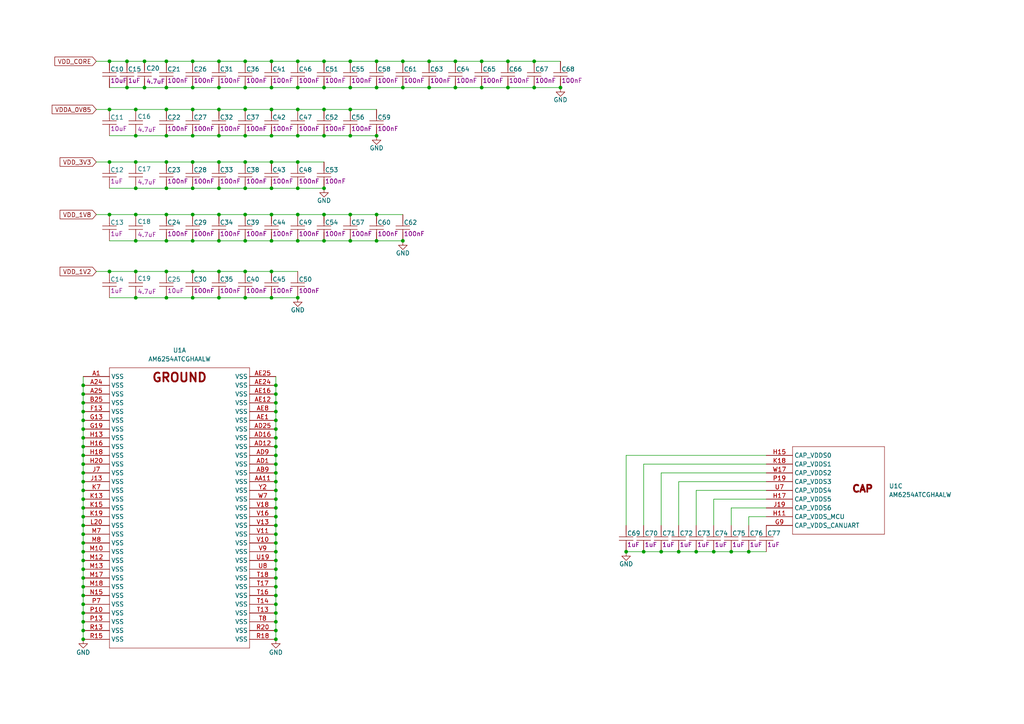
<source format=kicad_sch>
(kicad_sch (version 20250114) (generator "eeschema") (generator_version "9.0")
  (paper "A4")
  (junction (at 24.13 154.94))
  (junction (at 55.88 69.85))
  (junction (at 24.13 180.34))
  (junction (at 39.37 54.61))
  (junction (at 63.5 62.23))
  (junction (at 24.13 182.88))
  (junction (at 63.5 39.37))
  (junction (at 24.13 134.62))
  (junction (at 71.12 25.4))
  (junction (at 109.22 17.78))
  (junction (at 78.74 25.4))
  (junction (at 80.01 152.4))
  (junction (at 93.98 39.37))
  (junction (at 80.01 127))
  (junction (at 93.98 31.75))
  (junction (at 80.01 162.56))
  (junction (at 80.01 116.84))
  (junction (at 39.37 39.37))
  (junction (at 78.74 17.78))
  (junction (at 55.88 78.74))
  (junction (at 24.13 111.76))
  (junction (at 55.88 31.75))
  (junction (at 63.5 17.78))
  (junction (at 101.6 25.4))
  (junction (at 24.13 152.4))
  (junction (at 48.26 46.99))
  (junction (at 116.84 17.78))
  (junction (at 191.77 160.02))
  (junction (at 93.98 69.85))
  (junction (at 80.01 144.78))
  (junction (at 78.74 86.36))
  (junction (at 101.6 31.75))
  (junction (at 80.01 124.46))
  (junction (at 78.74 54.61))
  (junction (at 154.94 17.78))
  (junction (at 101.6 17.78))
  (junction (at 124.46 17.78))
  (junction (at 80.01 129.54))
  (junction (at 139.7 25.4))
  (junction (at 80.01 139.7))
  (junction (at 80.01 172.72))
  (junction (at 63.5 25.4))
  (junction (at 80.01 142.24))
  (junction (at 63.5 69.85))
  (junction (at 80.01 111.76))
  (junction (at 80.01 119.38))
  (junction (at 147.32 25.4))
  (junction (at 24.13 129.54))
  (junction (at 116.84 25.4))
  (junction (at 63.5 31.75))
  (junction (at 48.26 86.36))
  (junction (at 55.88 62.23))
  (junction (at 24.13 121.92))
  (junction (at 41.91 17.78))
  (junction (at 217.17 160.02))
  (junction (at 80.01 149.86))
  (junction (at 39.37 31.75))
  (junction (at 78.74 39.37))
  (junction (at 55.88 54.61))
  (junction (at 48.26 25.4))
  (junction (at 55.88 17.78))
  (junction (at 80.01 170.18))
  (junction (at 86.36 69.85))
  (junction (at 80.01 137.16))
  (junction (at 48.26 39.37))
  (junction (at 201.93 160.02))
  (junction (at 93.98 54.61))
  (junction (at 80.01 177.8))
  (junction (at 86.36 54.61))
  (junction (at 101.6 62.23))
  (junction (at 24.13 170.18))
  (junction (at 31.75 46.99))
  (junction (at 24.13 149.86))
  (junction (at 55.88 39.37))
  (junction (at 80.01 167.64))
  (junction (at 116.84 69.85))
  (junction (at 24.13 147.32))
  (junction (at 71.12 86.36))
  (junction (at 39.37 86.36))
  (junction (at 86.36 46.99))
  (junction (at 93.98 62.23))
  (junction (at 36.83 25.4))
  (junction (at 109.22 62.23))
  (junction (at 55.88 25.4))
  (junction (at 80.01 157.48))
  (junction (at 86.36 39.37))
  (junction (at 36.83 17.78))
  (junction (at 78.74 69.85))
  (junction (at 48.26 54.61))
  (junction (at 154.94 25.4))
  (junction (at 24.13 175.26))
  (junction (at 124.46 25.4))
  (junction (at 39.37 69.85))
  (junction (at 86.36 25.4))
  (junction (at 48.26 69.85))
  (junction (at 181.61 160.02))
  (junction (at 24.13 132.08))
  (junction (at 71.12 17.78))
  (junction (at 24.13 167.64))
  (junction (at 24.13 157.48))
  (junction (at 48.26 31.75))
  (junction (at 55.88 46.99))
  (junction (at 78.74 46.99))
  (junction (at 24.13 124.46))
  (junction (at 147.32 17.78))
  (junction (at 24.13 119.38))
  (junction (at 109.22 69.85))
  (junction (at 24.13 127))
  (junction (at 71.12 31.75))
  (junction (at 24.13 160.02))
  (junction (at 24.13 114.3))
  (junction (at 86.36 86.36))
  (junction (at 71.12 62.23))
  (junction (at 80.01 154.94))
  (junction (at 31.75 62.23))
  (junction (at 80.01 147.32))
  (junction (at 24.13 177.8))
  (junction (at 86.36 17.78))
  (junction (at 212.09 160.02))
  (junction (at 41.91 25.4))
  (junction (at 132.08 25.4))
  (junction (at 24.13 185.42))
  (junction (at 80.01 182.88))
  (junction (at 86.36 62.23))
  (junction (at 24.13 165.1))
  (junction (at 80.01 180.34))
  (junction (at 101.6 39.37))
  (junction (at 80.01 134.62))
  (junction (at 24.13 116.84))
  (junction (at 31.75 78.74))
  (junction (at 71.12 78.74))
  (junction (at 186.69 160.02))
  (junction (at 39.37 62.23))
  (junction (at 48.26 78.74))
  (junction (at 80.01 121.92))
  (junction (at 39.37 78.74))
  (junction (at 24.13 162.56))
  (junction (at 78.74 62.23))
  (junction (at 196.85 160.02))
  (junction (at 71.12 39.37))
  (junction (at 80.01 165.1))
  (junction (at 78.74 31.75))
  (junction (at 48.26 62.23))
  (junction (at 86.36 31.75))
  (junction (at 31.75 31.75))
  (junction (at 80.01 132.08))
  (junction (at 93.98 17.78))
  (junction (at 80.01 114.3))
  (junction (at 24.13 139.7))
  (junction (at 80.01 175.26))
  (junction (at 48.26 17.78))
  (junction (at 24.13 172.72))
  (junction (at 162.56 25.4))
  (junction (at 71.12 46.99))
  (junction (at 101.6 69.85))
  (junction (at 55.88 86.36))
  (junction (at 132.08 17.78))
  (junction (at 80.01 160.02))
  (junction (at 31.75 17.78))
  (junction (at 63.5 86.36))
  (junction (at 39.37 46.99))
  (junction (at 63.5 54.61))
  (junction (at 71.12 54.61))
  (junction (at 63.5 46.99))
  (junction (at 78.74 78.74))
  (junction (at 93.98 25.4))
  (junction (at 109.22 39.37))
  (junction (at 139.7 17.78))
  (junction (at 71.12 69.85))
  (junction (at 63.5 78.74))
  (junction (at 80.01 185.42))
  (junction (at 24.13 142.24))
  (junction (at 24.13 137.16))
  (junction (at 207.01 160.02))
  (junction (at 24.13 144.78))
  (junction (at 109.22 25.4))
  (wire (pts (xy 80.01 149.86) (xy 80.01 152.4)))
  (wire (pts (xy 217.17 152.4) (xy 217.17 149.86)))
  (wire (pts (xy 154.94 17.78) (xy 162.56 17.78)))
  (wire (pts (xy 93.98 17.78) (xy 101.6 17.78)))
  (wire (pts (xy 86.36 69.85) (xy 93.98 69.85)))
  (wire (pts (xy 124.46 17.78) (xy 132.08 17.78)))
  (wire (pts (xy 27.94 46.99) (xy 31.75 46.99)))
  (wire (pts (xy 55.88 25.4) (xy 63.5 25.4)))
  (wire (pts (xy 55.88 17.78) (xy 63.5 17.78)))
  (wire (pts (xy 109.22 25.4) (xy 116.84 25.4)))
  (wire (pts (xy 71.12 25.4) (xy 78.74 25.4)))
  (wire (pts (xy 78.74 46.99) (xy 86.36 46.99)))
  (wire (pts (xy 39.37 54.61) (xy 48.26 54.61)))
  (wire (pts (xy 63.5 78.74) (xy 71.12 78.74)))
  (wire (pts (xy 196.85 152.4) (xy 196.85 139.7)))
  (wire (pts (xy 24.13 132.08) (xy 24.13 134.62)))
  (wire (pts (xy 78.74 17.78) (xy 86.36 17.78)))
  (wire (pts (xy 207.01 152.4) (xy 207.01 144.78)))
  (wire (pts (xy 24.13 149.86) (xy 24.13 152.4)))
  (wire (pts (xy 24.13 109.22) (xy 24.13 111.76)))
  (wire (pts (xy 39.37 39.37) (xy 48.26 39.37)))
  (wire (pts (xy 86.36 62.23) (xy 93.98 62.23)))
  (wire (pts (xy 71.12 69.85) (xy 78.74 69.85)))
  (wire (pts (xy 24.13 165.1) (xy 24.13 167.64)))
  (wire (pts (xy 31.75 86.36) (xy 39.37 86.36)))
  (wire (pts (xy 101.6 31.75) (xy 109.22 31.75)))
  (wire (pts (xy 80.01 109.22) (xy 80.01 111.76)))
  (wire (pts (xy 86.36 25.4) (xy 93.98 25.4)))
  (wire (pts (xy 41.91 17.78) (xy 48.26 17.78)))
  (wire (pts (xy 186.69 152.4) (xy 186.69 134.62)))
  (wire (pts (xy 80.01 121.92) (xy 80.01 124.46)))
  (wire (pts (xy 24.13 137.16) (xy 24.13 139.7)))
  (wire (pts (xy 71.12 62.23) (xy 78.74 62.23)))
  (wire (pts (xy 80.01 139.7) (xy 80.01 142.24)))
  (wire (pts (xy 181.61 132.08) (xy 222.25 132.08)))
  (wire (pts (xy 24.13 127) (xy 24.13 129.54)))
  (wire (pts (xy 63.5 31.75) (xy 71.12 31.75)))
  (wire (pts (xy 71.12 39.37) (xy 78.74 39.37)))
  (wire (pts (xy 132.08 25.4) (xy 139.7 25.4)))
  (wire (pts (xy 93.98 31.75) (xy 101.6 31.75)))
  (wire (pts (xy 24.13 167.64) (xy 24.13 170.18)))
  (wire (pts (xy 24.13 142.24) (xy 24.13 144.78)))
  (wire (pts (xy 48.26 54.61) (xy 55.88 54.61)))
  (wire (pts (xy 24.13 119.38) (xy 24.13 121.92)))
  (wire (pts (xy 80.01 129.54) (xy 80.01 132.08)))
  (wire (pts (xy 181.61 152.4) (xy 181.61 132.08)))
  (wire (pts (xy 31.75 46.99) (xy 39.37 46.99)))
  (wire (pts (xy 24.13 175.26) (xy 24.13 177.8)))
  (wire (pts (xy 71.12 31.75) (xy 78.74 31.75)))
  (wire (pts (xy 24.13 116.84) (xy 24.13 119.38)))
  (wire (pts (xy 24.13 170.18) (xy 24.13 172.72)))
  (wire (pts (xy 80.01 154.94) (xy 80.01 157.48)))
  (wire (pts (xy 48.26 39.37) (xy 55.88 39.37)))
  (wire (pts (xy 24.13 129.54) (xy 24.13 132.08)))
  (wire (pts (xy 55.88 78.74) (xy 63.5 78.74)))
  (wire (pts (xy 24.13 162.56) (xy 24.13 165.1)))
  (wire (pts (xy 109.22 69.85) (xy 116.84 69.85)))
  (wire (pts (xy 207.01 160.02) (xy 212.09 160.02)))
  (wire (pts (xy 24.13 124.46) (xy 24.13 127)))
  (wire (pts (xy 36.83 25.4) (xy 41.91 25.4)))
  (wire (pts (xy 71.12 54.61) (xy 78.74 54.61)))
  (wire (pts (xy 48.26 69.85) (xy 55.88 69.85)))
  (wire (pts (xy 48.26 17.78) (xy 55.88 17.78)))
  (wire (pts (xy 48.26 31.75) (xy 55.88 31.75)))
  (wire (pts (xy 101.6 25.4) (xy 109.22 25.4)))
  (wire (pts (xy 31.75 25.4) (xy 36.83 25.4)))
  (wire (pts (xy 55.88 86.36) (xy 63.5 86.36)))
  (wire (pts (xy 27.94 62.23) (xy 31.75 62.23)))
  (wire (pts (xy 24.13 160.02) (xy 24.13 162.56)))
  (wire (pts (xy 39.37 86.36) (xy 48.26 86.36)))
  (wire (pts (xy 27.94 31.75) (xy 31.75 31.75)))
  (wire (pts (xy 78.74 39.37) (xy 86.36 39.37)))
  (wire (pts (xy 24.13 154.94) (xy 24.13 157.48)))
  (wire (pts (xy 63.5 39.37) (xy 71.12 39.37)))
  (wire (pts (xy 86.36 31.75) (xy 93.98 31.75)))
  (wire (pts (xy 201.93 160.02) (xy 207.01 160.02)))
  (wire (pts (xy 93.98 62.23) (xy 101.6 62.23)))
  (wire (pts (xy 124.46 25.4) (xy 132.08 25.4)))
  (wire (pts (xy 39.37 31.75) (xy 48.26 31.75)))
  (wire (pts (xy 31.75 78.74) (xy 39.37 78.74)))
  (wire (pts (xy 63.5 54.61) (xy 71.12 54.61)))
  (wire (pts (xy 207.01 144.78) (xy 222.25 144.78)))
  (wire (pts (xy 80.01 134.62) (xy 80.01 137.16)))
  (wire (pts (xy 93.98 69.85) (xy 101.6 69.85)))
  (wire (pts (xy 55.88 46.99) (xy 63.5 46.99)))
  (wire (pts (xy 80.01 172.72) (xy 80.01 175.26)))
  (wire (pts (xy 63.5 62.23) (xy 71.12 62.23)))
  (wire (pts (xy 24.13 147.32) (xy 24.13 149.86)))
  (wire (pts (xy 147.32 25.4) (xy 154.94 25.4)))
  (wire (pts (xy 55.88 62.23) (xy 63.5 62.23)))
  (wire (pts (xy 212.09 147.32) (xy 222.25 147.32)))
  (wire (pts (xy 78.74 78.74) (xy 86.36 78.74)))
  (wire (pts (xy 63.5 86.36) (xy 71.12 86.36)))
  (wire (pts (xy 24.13 152.4) (xy 24.13 154.94)))
  (wire (pts (xy 55.88 54.61) (xy 63.5 54.61)))
  (wire (pts (xy 80.01 116.84) (xy 80.01 119.38)))
  (wire (pts (xy 80.01 111.76) (xy 80.01 114.3)))
  (wire (pts (xy 139.7 17.78) (xy 147.32 17.78)))
  (wire (pts (xy 63.5 17.78) (xy 71.12 17.78)))
  (wire (pts (xy 93.98 39.37) (xy 101.6 39.37)))
  (wire (pts (xy 212.09 152.4) (xy 212.09 147.32)))
  (wire (pts (xy 39.37 62.23) (xy 48.26 62.23)))
  (wire (pts (xy 27.94 17.78) (xy 31.75 17.78)))
  (wire (pts (xy 86.36 39.37) (xy 93.98 39.37)))
  (wire (pts (xy 24.13 177.8) (xy 24.13 180.34)))
  (wire (pts (xy 139.7 25.4) (xy 147.32 25.4)))
  (wire (pts (xy 116.84 25.4) (xy 124.46 25.4)))
  (wire (pts (xy 71.12 86.36) (xy 78.74 86.36)))
  (wire (pts (xy 55.88 39.37) (xy 63.5 39.37)))
  (wire (pts (xy 80.01 180.34) (xy 80.01 182.88)))
  (wire (pts (xy 78.74 25.4) (xy 86.36 25.4)))
  (wire (pts (xy 24.13 121.92) (xy 24.13 124.46)))
  (wire (pts (xy 80.01 114.3) (xy 80.01 116.84)))
  (wire (pts (xy 191.77 152.4) (xy 191.77 137.16)))
  (wire (pts (xy 41.91 25.4) (xy 48.26 25.4)))
  (wire (pts (xy 71.12 46.99) (xy 78.74 46.99)))
  (wire (pts (xy 80.01 147.32) (xy 80.01 149.86)))
  (wire (pts (xy 24.13 144.78) (xy 24.13 147.32)))
  (wire (pts (xy 39.37 46.99) (xy 48.26 46.99)))
  (wire (pts (xy 63.5 25.4) (xy 71.12 25.4)))
  (wire (pts (xy 24.13 134.62) (xy 24.13 137.16)))
  (wire (pts (xy 24.13 114.3) (xy 24.13 116.84)))
  (wire (pts (xy 116.84 17.78) (xy 124.46 17.78)))
  (wire (pts (xy 24.13 172.72) (xy 24.13 175.26)))
  (wire (pts (xy 217.17 160.02) (xy 222.25 160.02)))
  (wire (pts (xy 86.36 54.61) (xy 93.98 54.61)))
  (wire (pts (xy 132.08 17.78) (xy 139.7 17.78)))
  (wire (pts (xy 101.6 69.85) (xy 109.22 69.85)))
  (wire (pts (xy 24.13 180.34) (xy 24.13 182.88)))
  (wire (pts (xy 48.26 25.4) (xy 55.88 25.4)))
  (wire (pts (xy 31.75 54.61) (xy 39.37 54.61)))
  (wire (pts (xy 31.75 62.23) (xy 39.37 62.23)))
  (wire (pts (xy 80.01 170.18) (xy 80.01 172.72)))
  (wire (pts (xy 80.01 162.56) (xy 80.01 165.1)))
  (wire (pts (xy 86.36 46.99) (xy 93.98 46.99)))
  (wire (pts (xy 186.69 134.62) (xy 222.25 134.62)))
  (wire (pts (xy 154.94 25.4) (xy 162.56 25.4)))
  (wire (pts (xy 78.74 62.23) (xy 86.36 62.23)))
  (wire (pts (xy 80.01 165.1) (xy 80.01 167.64)))
  (wire (pts (xy 147.32 17.78) (xy 154.94 17.78)))
  (wire (pts (xy 55.88 31.75) (xy 63.5 31.75)))
  (wire (pts (xy 31.75 39.37) (xy 39.37 39.37)))
  (wire (pts (xy 48.26 78.74) (xy 55.88 78.74)))
  (wire (pts (xy 217.17 149.86) (xy 222.25 149.86)))
  (wire (pts (xy 109.22 17.78) (xy 116.84 17.78)))
  (wire (pts (xy 63.5 46.99) (xy 71.12 46.99)))
  (wire (pts (xy 80.01 132.08) (xy 80.01 134.62)))
  (wire (pts (xy 48.26 86.36) (xy 55.88 86.36)))
  (wire (pts (xy 80.01 137.16) (xy 80.01 139.7)))
  (wire (pts (xy 24.13 182.88) (xy 24.13 185.42)))
  (wire (pts (xy 186.69 160.02) (xy 191.77 160.02)))
  (wire (pts (xy 80.01 160.02) (xy 80.01 162.56)))
  (wire (pts (xy 78.74 86.36) (xy 86.36 86.36)))
  (wire (pts (xy 31.75 31.75) (xy 39.37 31.75)))
  (wire (pts (xy 191.77 160.02) (xy 196.85 160.02)))
  (wire (pts (xy 55.88 69.85) (xy 63.5 69.85)))
  (wire (pts (xy 39.37 78.74) (xy 48.26 78.74)))
  (wire (pts (xy 191.77 137.16) (xy 222.25 137.16)))
  (wire (pts (xy 36.83 17.78) (xy 41.91 17.78)))
  (wire (pts (xy 48.26 62.23) (xy 55.88 62.23)))
  (wire (pts (xy 101.6 62.23) (xy 109.22 62.23)))
  (wire (pts (xy 80.01 157.48) (xy 80.01 160.02)))
  (wire (pts (xy 71.12 17.78) (xy 78.74 17.78)))
  (wire (pts (xy 201.93 142.24) (xy 222.25 142.24)))
  (wire (pts (xy 24.13 111.76) (xy 24.13 114.3)))
  (wire (pts (xy 80.01 175.26) (xy 80.01 177.8)))
  (wire (pts (xy 80.01 142.24) (xy 80.01 144.78)))
  (wire (pts (xy 80.01 182.88) (xy 80.01 185.42)))
  (wire (pts (xy 63.5 69.85) (xy 71.12 69.85)))
  (wire (pts (xy 80.01 124.46) (xy 80.01 127)))
  (wire (pts (xy 31.75 17.78) (xy 36.83 17.78)))
  (wire (pts (xy 71.12 78.74) (xy 78.74 78.74)))
  (wire (pts (xy 80.01 127) (xy 80.01 129.54)))
  (wire (pts (xy 27.94 78.74) (xy 31.75 78.74)))
  (wire (pts (xy 101.6 17.78) (xy 109.22 17.78)))
  (wire (pts (xy 109.22 62.23) (xy 116.84 62.23)))
  (wire (pts (xy 80.01 177.8) (xy 80.01 180.34)))
  (wire (pts (xy 86.36 17.78) (xy 93.98 17.78)))
  (wire (pts (xy 78.74 31.75) (xy 86.36 31.75)))
  (wire (pts (xy 31.75 69.85) (xy 39.37 69.85)))
  (wire (pts (xy 80.01 144.78) (xy 80.01 147.32)))
  (wire (pts (xy 93.98 25.4) (xy 101.6 25.4)))
  (wire (pts (xy 24.13 139.7) (xy 24.13 142.24)))
  (wire (pts (xy 201.93 142.24) (xy 201.93 152.4)))
  (wire (pts (xy 212.09 160.02) (xy 217.17 160.02)))
  (wire (pts (xy 196.85 139.7) (xy 222.25 139.7)))
  (wire (pts (xy 39.37 69.85) (xy 48.26 69.85)))
  (wire (pts (xy 101.6 39.37) (xy 109.22 39.37)))
  (wire (pts (xy 24.13 157.48) (xy 24.13 160.02)))
  (wire (pts (xy 80.01 119.38) (xy 80.01 121.92)))
  (wire (pts (xy 196.85 160.02) (xy 201.93 160.02)))
  (wire (pts (xy 181.61 160.02) (xy 186.69 160.02)))
  (wire (pts (xy 80.01 167.64) (xy 80.01 170.18)))
  (wire (pts (xy 78.74 54.61) (xy 86.36 54.61)))
  (wire (pts (xy 48.26 46.99) (xy 55.88 46.99)))
  (wire (pts (xy 80.01 152.4) (xy 80.01 154.94)))
  (wire (pts (xy 78.74 69.85) (xy 86.36 69.85)))
  (global_label "VDD_3V3" (shape input) (at 27.94 46.99 180) (property "Intersheetrefs" "${INTERSHEET_REFS}" (effects (hide yes))))
  (global_label "VDDA_0V85" (shape input) (at 27.94 31.75 180) (property "Intersheetrefs" "${INTERSHEET_REFS}" (effects (hide yes))))
  (global_label "VDD_CORE" (shape input) (at 27.94 17.78 180) (property "Intersheetrefs" "${INTERSHEET_REFS}" (effects (hide yes))))
  (global_label "VDD_1V2" (shape input) (at 27.94 78.74 180) (property "Intersheetrefs" "${INTERSHEET_REFS}" (effects (hide yes))))
  (global_label "VDD_1V8" (shape input) (at 27.94 62.23 180) (property "Intersheetrefs" "${INTERSHEET_REFS}" (effects (hide yes))))
  (symbol (lib_id "pepy_sym_lib:[CAP_SMD_0201_0603Metric]Samsung Electro-Mechanics CL03A105MQ3CSNH") (at 31.75 50.8 90) (unit 1)
    (property "Reference" "C12" (at 32.004 49.276 90) (effects (justify right)))
    (property "Value" "CL03A105MQ3CSNH" (effects (hide yes)))
    (property "Footprint" "pepy_sym_lib:[CAP_SMD_0201_0603Metric]" (effects (hide yes)))
    (property "Datasheet" "https://lcsc.com/product-detail/Multilayer-Ceramic-Capacitors-MLCC-SMD-SMT_SAMSUNG_CL03A105MQ3CSNH_1uF-105-20-6-3V_C53067.html" (effects (hide yes)))
    (property "Description" "6.3V 1uF X5R ±20% 0201 Multilayer Ceramic Capacitors MLCC - SMD/SMT ROHS" (effects (hide yes)))
    (property "LCSC Part" "C53067" (effects (hide yes)))
    (property "Manufacturer" "Samsung Electro-Mechanics" (effects (hide yes)))
    (property "Nvalue" "1uF" (at 32.004 52.578 90) (effects (justify right)))
    (property "Package" "0201" (effects (hide yes)))
  )
  (symbol (lib_id "pepy_sym_lib:[CAP_SMD_0402_1005Metric]YAGEO CC0402MRX5R5BB106") (at 31.75 35.56 90) (unit 1)
    (property "Reference" "C11" (at 32.004 34.036 90) (effects (justify right)))
    (property "Value" "CC0402MRX5R5BB106" (effects (hide yes)))
    (property "Footprint" "pepy_sym_lib:[CAP_SMD_0402_1005Metric]" (effects (hide yes)))
    (property "Datasheet" "https://lcsc.com/product-detail/Multilayer-Ceramic-Capacitors-MLCC-SMD-SMT_YAGEO-CC0402MRX5R5BB106_C105884.html?s_z=n_CC0402MRX5R5BB106" (effects (hide yes)))
    (property "Description" "6.3V 10uF X5R ±20% 0402 Multilayer Ceramic Capacitors MLCC - SMD/SMT ROHS" (effects (hide yes)))
    (property "LCSC Part" "C105884" (effects (hide yes)))
    (property "Manufacturer" "YAGEO" (effects (hide yes)))
    (property "Package" "0402" (effects (hide yes)))
    (property "Nvalue" "10uF" (at 32.004 37.338 90) (effects (justify right)))
  )
  (symbol (lib_id "pepy_sym_lib:[CAP_SMD_0201_0603Metric]Samsung Electro-Mechanics CL03A105MQ3CSNH") (at 217.17 156.21 90) (unit 1)
    (property "Reference" "C76" (at 217.424 154.686 90) (effects (justify right)))
    (property "Value" "CL03A105MQ3CSNH" (effects (hide yes)))
    (property "Footprint" "pepy_sym_lib:[CAP_SMD_0201_0603Metric]" (effects (hide yes)))
    (property "Datasheet" "https://lcsc.com/product-detail/Multilayer-Ceramic-Capacitors-MLCC-SMD-SMT_SAMSUNG_CL03A105MQ3CSNH_1uF-105-20-6-3V_C53067.html" (effects (hide yes)))
    (property "Description" "6.3V 1uF X5R ±20% 0201 Multilayer Ceramic Capacitors MLCC - SMD/SMT ROHS" (effects (hide yes)))
    (property "LCSC Part" "C53067" (effects (hide yes)))
    (property "Manufacturer" "Samsung Electro-Mechanics" (effects (hide yes)))
    (property "Nvalue" "1uF" (at 217.424 157.988 90) (effects (justify right)))
    (property "Package" "0201" (effects (hide yes)))
  )
  (symbol (lib_id "pepy_sym_lib:[CAP_SMD_0201_0603Metric]YAGEO CC0201KRX5R6BB104") (at 71.12 50.8 90) (unit 1)
    (property "Reference" "C38" (at 71.374 49.276 90) (effects (justify right)))
    (property "Value" "CC0201KRX5R6BB104" (effects (hide yes)))
    (property "Footprint" "pepy_sym_lib:[CAP_SMD_0201_0603Metric]" (effects (hide yes)))
    (property "Datasheet" "https://lcsc.com/product-detail/Multilayer-Ceramic-Capacitors-MLCC-SMD-SMT_SAMSUNG_CL03A105MQ3CSNH_1uF-105-20-6-3V_C53067.html" (effects (hide yes)))
    (property "Description" "10V 100nF X5R ±10% 0201 Multilayer Ceramic Capacitors MLCC - SMD/SMT ROHS" (effects (hide yes)))
    (property "LCSC Part" "C190183" (effects (hide yes)))
    (property "Manufacturer" "YAGEO" (effects (hide yes)))
    (property "Nvalue" "100nF" (at 71.374 52.578 90) (effects (justify right)))
    (property "Package" "0201" (effects (hide yes)))
  )
  (symbol (lib_id "pepy_sym_lib:[CAP_SMD_0201_0603Metric]YAGEO CC0201KRX5R6BB104") (at 63.5 50.8 90) (unit 1)
    (property "Reference" "C33" (at 63.754 49.276 90) (effects (justify right)))
    (property "Value" "CC0201KRX5R6BB104" (effects (hide yes)))
    (property "Footprint" "pepy_sym_lib:[CAP_SMD_0201_0603Metric]" (effects (hide yes)))
    (property "Datasheet" "https://lcsc.com/product-detail/Multilayer-Ceramic-Capacitors-MLCC-SMD-SMT_SAMSUNG_CL03A105MQ3CSNH_1uF-105-20-6-3V_C53067.html" (effects (hide yes)))
    (property "Description" "10V 100nF X5R ±10% 0201 Multilayer Ceramic Capacitors MLCC - SMD/SMT ROHS" (effects (hide yes)))
    (property "LCSC Part" "C190183" (effects (hide yes)))
    (property "Manufacturer" "YAGEO" (effects (hide yes)))
    (property "Nvalue" "100nF" (at 63.754 52.578 90) (effects (justify right)))
    (property "Package" "0201" (effects (hide yes)))
  )
  (symbol (lib_id "pepy_sym_lib:[CAP_SMD_0402_1005Metric]Samsung Electro-Mechanics CL05A475KP5NRNC") (at 39.37 66.04 90) (unit 1)
    (property "Reference" "C18" (at 39.878 64.262 90) (effects (justify right)))
    (property "Value" "CL05A475KP5NRNC" (effects (hide yes)))
    (property "Footprint" "pepy_sym_lib:[CAP_SMD_0402_1005Metric]" (effects (hide yes)))
    (property "Datasheet" "https://www.lcsc.com/product-detail/Multilayer-Ceramic-Capacitors-MLCC-SMD-SMT_Samsung-Electro-Mechanics-CL05A475KP5NRNC_C368809.html" (effects (hide yes)))
    (property "Description" "10V 4.7uF X5R ±10% 0402 Multilayer Ceramic Capacitors MLCC - SMD/SMT ROHS" (effects (hide yes)))
    (property "LCSC Part" "C368809" (effects (hide yes)))
    (property "Manufacturer" "Samsung Electro-Mechanics" (effects (hide yes)))
    (property "Package" "0402" (effects (hide yes)))
    (property "Nvalue" "4.7uF" (at 39.878 68.072 90) (effects (justify right)))
  )
  (symbol (lib_id "pepy_sym_lib:[CAP_SMD_0201_0603Metric]YAGEO CC0201KRX5R6BB104") (at 109.22 35.56 90) (unit 1)
    (property "Reference" "C59" (at 109.474 34.036 90) (effects (justify right)))
    (property "Value" "CC0201KRX5R6BB104" (effects (hide yes)))
    (property "Footprint" "pepy_sym_lib:[CAP_SMD_0201_0603Metric]" (effects (hide yes)))
    (property "Datasheet" "https://lcsc.com/product-detail/Multilayer-Ceramic-Capacitors-MLCC-SMD-SMT_SAMSUNG_CL03A105MQ3CSNH_1uF-105-20-6-3V_C53067.html" (effects (hide yes)))
    (property "Description" "10V 100nF X5R ±10% 0201 Multilayer Ceramic Capacitors MLCC - SMD/SMT ROHS" (effects (hide yes)))
    (property "LCSC Part" "C190183" (effects (hide yes)))
    (property "Manufacturer" "YAGEO" (effects (hide yes)))
    (property "Nvalue" "100nF" (at 109.474 37.338 90) (effects (justify right)))
    (property "Package" "0201" (effects (hide yes)))
  )
  (symbol (lib_id "pepy_sym_lib:[CAP_SMD_0201_0603Metric]YAGEO CC0201KRX5R6BB104") (at 93.98 21.59 90) (unit 1)
    (property "Reference" "C51" (at 94.234 20.066 90) (effects (justify right)))
    (property "Value" "CC0201KRX5R6BB104" (effects (hide yes)))
    (property "Footprint" "pepy_sym_lib:[CAP_SMD_0201_0603Metric]" (effects (hide yes)))
    (property "Datasheet" "https://lcsc.com/product-detail/Multilayer-Ceramic-Capacitors-MLCC-SMD-SMT_SAMSUNG_CL03A105MQ3CSNH_1uF-105-20-6-3V_C53067.html" (effects (hide yes)))
    (property "Description" "10V 100nF X5R ±10% 0201 Multilayer Ceramic Capacitors MLCC - SMD/SMT ROHS" (effects (hide yes)))
    (property "LCSC Part" "C190183" (effects (hide yes)))
    (property "Manufacturer" "YAGEO" (effects (hide yes)))
    (property "Nvalue" "100nF" (at 94.234 23.368 90) (effects (justify right)))
    (property "Package" "0201" (effects (hide yes)))
  )
  (symbol (lib_id "pepy_sym_lib:[CAP_SMD_0201_0603Metric]YAGEO CC0201KRX5R6BB104") (at 48.26 50.8 90) (unit 1)
    (property "Reference" "C23" (at 48.514 49.276 90) (effects (justify right)))
    (property "Value" "CC0201KRX5R6BB104" (effects (hide yes)))
    (property "Footprint" "pepy_sym_lib:[CAP_SMD_0201_0603Metric]" (effects (hide yes)))
    (property "Datasheet" "https://lcsc.com/product-detail/Multilayer-Ceramic-Capacitors-MLCC-SMD-SMT_SAMSUNG_CL03A105MQ3CSNH_1uF-105-20-6-3V_C53067.html" (effects (hide yes)))
    (property "Description" "10V 100nF X5R ±10% 0201 Multilayer Ceramic Capacitors MLCC - SMD/SMT ROHS" (effects (hide yes)))
    (property "LCSC Part" "C190183" (effects (hide yes)))
    (property "Manufacturer" "YAGEO" (effects (hide yes)))
    (property "Nvalue" "100nF" (at 48.514 52.578 90) (effects (justify right)))
    (property "Package" "0201" (effects (hide yes)))
  )
  (symbol (lib_id "pepy_sym_lib:[CAP_SMD_0201_0603Metric]YAGEO CC0201KRX5R6BB104") (at 154.94 21.59 90) (unit 1)
    (property "Reference" "C67" (at 155.194 20.066 90) (effects (justify right)))
    (property "Value" "CC0201KRX5R6BB104" (effects (hide yes)))
    (property "Footprint" "pepy_sym_lib:[CAP_SMD_0201_0603Metric]" (effects (hide yes)))
    (property "Datasheet" "https://lcsc.com/product-detail/Multilayer-Ceramic-Capacitors-MLCC-SMD-SMT_SAMSUNG_CL03A105MQ3CSNH_1uF-105-20-6-3V_C53067.html" (effects (hide yes)))
    (property "Description" "10V 100nF X5R ±10% 0201 Multilayer Ceramic Capacitors MLCC - SMD/SMT ROHS" (effects (hide yes)))
    (property "LCSC Part" "C190183" (effects (hide yes)))
    (property "Manufacturer" "YAGEO" (effects (hide yes)))
    (property "Nvalue" "100nF" (at 155.194 23.368 90) (effects (justify right)))
    (property "Package" "0201" (effects (hide yes)))
  )
  (symbol (lib_id "pepy_sym_lib:[CAP_SMD_0201_0603Metric]YAGEO CC0201KRX5R6BB104") (at 55.88 50.8 90) (unit 1)
    (property "Reference" "C28" (at 56.134 49.276 90) (effects (justify right)))
    (property "Value" "CC0201KRX5R6BB104" (effects (hide yes)))
    (property "Footprint" "pepy_sym_lib:[CAP_SMD_0201_0603Metric]" (effects (hide yes)))
    (property "Datasheet" "https://lcsc.com/product-detail/Multilayer-Ceramic-Capacitors-MLCC-SMD-SMT_SAMSUNG_CL03A105MQ3CSNH_1uF-105-20-6-3V_C53067.html" (effects (hide yes)))
    (property "Description" "10V 100nF X5R ±10% 0201 Multilayer Ceramic Capacitors MLCC - SMD/SMT ROHS" (effects (hide yes)))
    (property "LCSC Part" "C190183" (effects (hide yes)))
    (property "Manufacturer" "YAGEO" (effects (hide yes)))
    (property "Nvalue" "100nF" (at 56.134 52.578 90) (effects (justify right)))
    (property "Package" "0201" (effects (hide yes)))
  )
  (symbol (lib_id "pepy_sym_lib:[CAP_SMD_0201_0603Metric]YAGEO CC0201KRX5R6BB104") (at 86.36 21.59 90) (unit 1)
    (property "Reference" "C46" (at 86.614 20.066 90) (effects (justify right)))
    (property "Value" "CC0201KRX5R6BB104" (effects (hide yes)))
    (property "Footprint" "pepy_sym_lib:[CAP_SMD_0201_0603Metric]" (effects (hide yes)))
    (property "Datasheet" "https://lcsc.com/product-detail/Multilayer-Ceramic-Capacitors-MLCC-SMD-SMT_SAMSUNG_CL03A105MQ3CSNH_1uF-105-20-6-3V_C53067.html" (effects (hide yes)))
    (property "Description" "10V 100nF X5R ±10% 0201 Multilayer Ceramic Capacitors MLCC - SMD/SMT ROHS" (effects (hide yes)))
    (property "LCSC Part" "C190183" (effects (hide yes)))
    (property "Manufacturer" "YAGEO" (effects (hide yes)))
    (property "Nvalue" "100nF" (at 86.614 23.368 90) (effects (justify right)))
    (property "Package" "0201" (effects (hide yes)))
  )
  (symbol (lib_id "pepy_sym_lib:[CAP_SMD_0201_0603Metric]Samsung Electro-Mechanics CL03A105MQ3CSNH") (at 31.75 82.55 90) (unit 1)
    (property "Reference" "C14" (at 32.004 81.026 90) (effects (justify right)))
    (property "Value" "CL03A105MQ3CSNH" (effects (hide yes)))
    (property "Footprint" "pepy_sym_lib:[CAP_SMD_0201_0603Metric]" (effects (hide yes)))
    (property "Datasheet" "https://lcsc.com/product-detail/Multilayer-Ceramic-Capacitors-MLCC-SMD-SMT_SAMSUNG_CL03A105MQ3CSNH_1uF-105-20-6-3V_C53067.html" (effects (hide yes)))
    (property "Description" "6.3V 1uF X5R ±20% 0201 Multilayer Ceramic Capacitors MLCC - SMD/SMT ROHS" (effects (hide yes)))
    (property "LCSC Part" "C53067" (effects (hide yes)))
    (property "Manufacturer" "Samsung Electro-Mechanics" (effects (hide yes)))
    (property "Nvalue" "1uF" (at 32.004 84.328 90) (effects (justify right)))
    (property "Package" "0201" (effects (hide yes)))
  )
  (symbol (lib_id "pepy_sym_lib:[CAP_SMD_0201_0603Metric]YAGEO CC0201KRX5R6BB104") (at 93.98 35.56 90) (unit 1)
    (property "Reference" "C52" (at 94.234 34.036 90) (effects (justify right)))
    (property "Value" "CC0201KRX5R6BB104" (effects (hide yes)))
    (property "Footprint" "pepy_sym_lib:[CAP_SMD_0201_0603Metric]" (effects (hide yes)))
    (property "Datasheet" "https://lcsc.com/product-detail/Multilayer-Ceramic-Capacitors-MLCC-SMD-SMT_SAMSUNG_CL03A105MQ3CSNH_1uF-105-20-6-3V_C53067.html" (effects (hide yes)))
    (property "Description" "10V 100nF X5R ±10% 0201 Multilayer Ceramic Capacitors MLCC - SMD/SMT ROHS" (effects (hide yes)))
    (property "LCSC Part" "C190183" (effects (hide yes)))
    (property "Manufacturer" "YAGEO" (effects (hide yes)))
    (property "Nvalue" "100nF" (at 94.234 37.338 90) (effects (justify right)))
    (property "Package" "0201" (effects (hide yes)))
  )
  (symbol (lib_id "pepy_sym_lib:[CAP_SMD_0201_0603Metric]Samsung Electro-Mechanics CL03A105MQ3CSNH") (at 181.61 156.21 90) (unit 1)
    (property "Reference" "C69" (at 181.864 154.686 90) (effects (justify right)))
    (property "Value" "CL03A105MQ3CSNH" (effects (hide yes)))
    (property "Footprint" "pepy_sym_lib:[CAP_SMD_0201_0603Metric]" (effects (hide yes)))
    (property "Datasheet" "https://lcsc.com/product-detail/Multilayer-Ceramic-Capacitors-MLCC-SMD-SMT_SAMSUNG_CL03A105MQ3CSNH_1uF-105-20-6-3V_C53067.html" (effects (hide yes)))
    (property "Description" "6.3V 1uF X5R ±20% 0201 Multilayer Ceramic Capacitors MLCC - SMD/SMT ROHS" (effects (hide yes)))
    (property "LCSC Part" "C53067" (effects (hide yes)))
    (property "Manufacturer" "Samsung Electro-Mechanics" (effects (hide yes)))
    (property "Nvalue" "1uF" (at 181.864 157.988 90) (effects (justify right)))
    (property "Package" "0201" (effects (hide yes)))
  )
  (symbol (lib_id "pepy_sym_lib:[CAP_SMD_0201_0603Metric]YAGEO CC0201KRX5R6BB104") (at 93.98 50.8 90) (unit 1)
    (property "Reference" "C53" (at 94.234 49.276 90) (effects (justify right)))
    (property "Value" "CC0201KRX5R6BB104" (effects (hide yes)))
    (property "Footprint" "pepy_sym_lib:[CAP_SMD_0201_0603Metric]" (effects (hide yes)))
    (property "Datasheet" "https://lcsc.com/product-detail/Multilayer-Ceramic-Capacitors-MLCC-SMD-SMT_SAMSUNG_CL03A105MQ3CSNH_1uF-105-20-6-3V_C53067.html" (effects (hide yes)))
    (property "Description" "10V 100nF X5R ±10% 0201 Multilayer Ceramic Capacitors MLCC - SMD/SMT ROHS" (effects (hide yes)))
    (property "LCSC Part" "C190183" (effects (hide yes)))
    (property "Manufacturer" "YAGEO" (effects (hide yes)))
    (property "Nvalue" "100nF" (at 94.234 52.578 90) (effects (justify right)))
    (property "Package" "0201" (effects (hide yes)))
  )
  (symbol (lib_id "pepy_sym_lib:[CAP_SMD_0201_0603Metric]YAGEO CC0201KRX5R6BB104") (at 101.6 35.56 90) (unit 1)
    (property "Reference" "C56" (at 101.854 34.036 90) (effects (justify right)))
    (property "Value" "CC0201KRX5R6BB104" (effects (hide yes)))
    (property "Footprint" "pepy_sym_lib:[CAP_SMD_0201_0603Metric]" (effects (hide yes)))
    (property "Datasheet" "https://lcsc.com/product-detail/Multilayer-Ceramic-Capacitors-MLCC-SMD-SMT_SAMSUNG_CL03A105MQ3CSNH_1uF-105-20-6-3V_C53067.html" (effects (hide yes)))
    (property "Description" "10V 100nF X5R ±10% 0201 Multilayer Ceramic Capacitors MLCC - SMD/SMT ROHS" (effects (hide yes)))
    (property "LCSC Part" "C190183" (effects (hide yes)))
    (property "Manufacturer" "YAGEO" (effects (hide yes)))
    (property "Nvalue" "100nF" (at 101.854 37.338 90) (effects (justify right)))
    (property "Package" "0201" (effects (hide yes)))
  )
  (symbol (lib_id "power:GND") (at 162.56 25.4 0) (unit 1)
    (property "Reference" "#PWR028" (effects (hide yes)))
    (property "Value" "GND" (at 162.56 28.956 0))
    (property "Description" "Power symbol creates a global label with name \"GND\" , ground" (effects (hide yes)))
  )
  (symbol (lib_id "pepy_sym_lib:[CAP_SMD_0201_0603Metric]YAGEO CC0201KRX5R6BB104") (at 63.5 35.56 90) (unit 1)
    (property "Reference" "C32" (at 63.754 34.036 90) (effects (justify right)))
    (property "Value" "CC0201KRX5R6BB104" (effects (hide yes)))
    (property "Footprint" "pepy_sym_lib:[CAP_SMD_0201_0603Metric]" (effects (hide yes)))
    (property "Datasheet" "https://lcsc.com/product-detail/Multilayer-Ceramic-Capacitors-MLCC-SMD-SMT_SAMSUNG_CL03A105MQ3CSNH_1uF-105-20-6-3V_C53067.html" (effects (hide yes)))
    (property "Description" "10V 100nF X5R ±10% 0201 Multilayer Ceramic Capacitors MLCC - SMD/SMT ROHS" (effects (hide yes)))
    (property "LCSC Part" "C190183" (effects (hide yes)))
    (property "Manufacturer" "YAGEO" (effects (hide yes)))
    (property "Nvalue" "100nF" (at 63.754 37.338 90) (effects (justify right)))
    (property "Package" "0201" (effects (hide yes)))
  )
  (symbol (lib_id "pepy_sym_lib:[CAP_SMD_0201_0603Metric]YAGEO CC0201KRX5R6BB104") (at 55.88 35.56 90) (unit 1)
    (property "Reference" "C27" (at 56.134 34.036 90) (effects (justify right)))
    (property "Value" "CC0201KRX5R6BB104" (effects (hide yes)))
    (property "Footprint" "pepy_sym_lib:[CAP_SMD_0201_0603Metric]" (effects (hide yes)))
    (property "Datasheet" "https://lcsc.com/product-detail/Multilayer-Ceramic-Capacitors-MLCC-SMD-SMT_SAMSUNG_CL03A105MQ3CSNH_1uF-105-20-6-3V_C53067.html" (effects (hide yes)))
    (property "Description" "10V 100nF X5R ±10% 0201 Multilayer Ceramic Capacitors MLCC - SMD/SMT ROHS" (effects (hide yes)))
    (property "LCSC Part" "C190183" (effects (hide yes)))
    (property "Manufacturer" "YAGEO" (effects (hide yes)))
    (property "Nvalue" "100nF" (at 56.134 37.338 90) (effects (justify right)))
    (property "Package" "0201" (effects (hide yes)))
  )
  (symbol (lib_id "power:GND") (at 109.22 39.37 0) (unit 1)
    (property "Reference" "#PWR026" (effects (hide yes)))
    (property "Value" "GND" (at 109.22 42.926 0))
    (property "Description" "Power symbol creates a global label with name \"GND\" , ground" (effects (hide yes)))
  )
  (symbol (lib_id "pepy_sym_lib:[CAP_SMD_0201_0603Metric]YAGEO CC0201KRX5R6BB104") (at 48.26 21.59 90) (unit 1)
    (property "Reference" "C21" (at 48.514 20.066 90) (effects (justify right)))
    (property "Value" "CC0201KRX5R6BB104" (effects (hide yes)))
    (property "Footprint" "pepy_sym_lib:[CAP_SMD_0201_0603Metric]" (effects (hide yes)))
    (property "Datasheet" "https://lcsc.com/product-detail/Multilayer-Ceramic-Capacitors-MLCC-SMD-SMT_SAMSUNG_CL03A105MQ3CSNH_1uF-105-20-6-3V_C53067.html" (effects (hide yes)))
    (property "Description" "10V 100nF X5R ±10% 0201 Multilayer Ceramic Capacitors MLCC - SMD/SMT ROHS" (effects (hide yes)))
    (property "LCSC Part" "C190183" (effects (hide yes)))
    (property "Manufacturer" "YAGEO" (effects (hide yes)))
    (property "Nvalue" "100nF" (at 48.514 23.368 90) (effects (justify right)))
    (property "Package" "0201" (effects (hide yes)))
  )
  (symbol (lib_id "pepy_sym_lib:[CAP_SMD_0201_0603Metric]YAGEO CC0201KRX5R6BB104") (at 78.74 66.04 90) (unit 1)
    (property "Reference" "C44" (at 78.994 64.516 90) (effects (justify right)))
    (property "Value" "CC0201KRX5R6BB104" (effects (hide yes)))
    (property "Footprint" "pepy_sym_lib:[CAP_SMD_0201_0603Metric]" (effects (hide yes)))
    (property "Datasheet" "https://lcsc.com/product-detail/Multilayer-Ceramic-Capacitors-MLCC-SMD-SMT_SAMSUNG_CL03A105MQ3CSNH_1uF-105-20-6-3V_C53067.html" (effects (hide yes)))
    (property "Description" "10V 100nF X5R ±10% 0201 Multilayer Ceramic Capacitors MLCC - SMD/SMT ROHS" (effects (hide yes)))
    (property "LCSC Part" "C190183" (effects (hide yes)))
    (property "Manufacturer" "YAGEO" (effects (hide yes)))
    (property "Nvalue" "100nF" (at 78.994 67.818 90) (effects (justify right)))
    (property "Package" "0201" (effects (hide yes)))
  )
  (symbol (lib_id "pepy_sym_lib:[CAP_SMD_0201_0603Metric]YAGEO CC0201KRX5R6BB104") (at 48.26 66.04 90) (unit 1)
    (property "Reference" "C24" (at 48.514 64.516 90) (effects (justify right)))
    (property "Value" "CC0201KRX5R6BB104" (effects (hide yes)))
    (property "Footprint" "pepy_sym_lib:[CAP_SMD_0201_0603Metric]" (effects (hide yes)))
    (property "Datasheet" "https://lcsc.com/product-detail/Multilayer-Ceramic-Capacitors-MLCC-SMD-SMT_SAMSUNG_CL03A105MQ3CSNH_1uF-105-20-6-3V_C53067.html" (effects (hide yes)))
    (property "Description" "10V 100nF X5R ±10% 0201 Multilayer Ceramic Capacitors MLCC - SMD/SMT ROHS" (effects (hide yes)))
    (property "LCSC Part" "C190183" (effects (hide yes)))
    (property "Manufacturer" "YAGEO" (effects (hide yes)))
    (property "Nvalue" "100nF" (at 48.514 67.818 90) (effects (justify right)))
    (property "Package" "0201" (effects (hide yes)))
  )
  (symbol (lib_id "pepy_sym_lib:[CAP_SMD_0201_0603Metric]YAGEO CC0201KRX5R6BB104") (at 109.22 66.04 90) (unit 1)
    (property "Reference" "C60" (at 109.474 64.516 90) (effects (justify right)))
    (property "Value" "CC0201KRX5R6BB104" (effects (hide yes)))
    (property "Footprint" "pepy_sym_lib:[CAP_SMD_0201_0603Metric]" (effects (hide yes)))
    (property "Datasheet" "https://lcsc.com/product-detail/Multilayer-Ceramic-Capacitors-MLCC-SMD-SMT_SAMSUNG_CL03A105MQ3CSNH_1uF-105-20-6-3V_C53067.html" (effects (hide yes)))
    (property "Description" "10V 100nF X5R ±10% 0201 Multilayer Ceramic Capacitors MLCC - SMD/SMT ROHS" (effects (hide yes)))
    (property "LCSC Part" "C190183" (effects (hide yes)))
    (property "Manufacturer" "YAGEO" (effects (hide yes)))
    (property "Nvalue" "100nF" (at 109.474 67.818 90) (effects (justify right)))
    (property "Package" "0201" (effects (hide yes)))
  )
  (symbol (lib_id "pepy_sym_lib:[CAP_SMD_0201_0603Metric]YAGEO CC0201KRX5R6BB104") (at 48.26 35.56 90) (unit 1)
    (property "Reference" "C22" (at 48.514 34.036 90) (effects (justify right)))
    (property "Value" "CC0201KRX5R6BB104" (effects (hide yes)))
    (property "Footprint" "pepy_sym_lib:[CAP_SMD_0201_0603Metric]" (effects (hide yes)))
    (property "Datasheet" "https://lcsc.com/product-detail/Multilayer-Ceramic-Capacitors-MLCC-SMD-SMT_SAMSUNG_CL03A105MQ3CSNH_1uF-105-20-6-3V_C53067.html" (effects (hide yes)))
    (property "Description" "10V 100nF X5R ±10% 0201 Multilayer Ceramic Capacitors MLCC - SMD/SMT ROHS" (effects (hide yes)))
    (property "LCSC Part" "C190183" (effects (hide yes)))
    (property "Manufacturer" "YAGEO" (effects (hide yes)))
    (property "Nvalue" "100nF" (at 48.514 37.338 90) (effects (justify right)))
    (property "Package" "0201" (effects (hide yes)))
  )
  (symbol (lib_id "pepy_sym_lib:[CAP_SMD_0201_0603Metric]YAGEO CC0201KRX5R6BB104") (at 63.5 82.55 90) (unit 1)
    (property "Reference" "C35" (at 63.754 81.026 90) (effects (justify right)))
    (property "Value" "CC0201KRX5R6BB104" (effects (hide yes)))
    (property "Footprint" "pepy_sym_lib:[CAP_SMD_0201_0603Metric]" (effects (hide yes)))
    (property "Datasheet" "https://lcsc.com/product-detail/Multilayer-Ceramic-Capacitors-MLCC-SMD-SMT_SAMSUNG_CL03A105MQ3CSNH_1uF-105-20-6-3V_C53067.html" (effects (hide yes)))
    (property "Description" "10V 100nF X5R ±10% 0201 Multilayer Ceramic Capacitors MLCC - SMD/SMT ROHS" (effects (hide yes)))
    (property "LCSC Part" "C190183" (effects (hide yes)))
    (property "Manufacturer" "YAGEO" (effects (hide yes)))
    (property "Nvalue" "100nF" (at 63.754 84.328 90) (effects (justify right)))
    (property "Package" "0201" (effects (hide yes)))
  )
  (symbol (lib_id "pepy_sym_lib:[CAP_SMD_0201_0603Metric]YAGEO CC0201KRX5R6BB104") (at 55.88 82.55 90) (unit 1)
    (property "Reference" "C30" (at 56.134 81.026 90) (effects (justify right)))
    (property "Value" "CC0201KRX5R6BB104" (effects (hide yes)))
    (property "Footprint" "pepy_sym_lib:[CAP_SMD_0201_0603Metric]" (effects (hide yes)))
    (property "Datasheet" "https://lcsc.com/product-detail/Multilayer-Ceramic-Capacitors-MLCC-SMD-SMT_SAMSUNG_CL03A105MQ3CSNH_1uF-105-20-6-3V_C53067.html" (effects (hide yes)))
    (property "Description" "10V 100nF X5R ±10% 0201 Multilayer Ceramic Capacitors MLCC - SMD/SMT ROHS" (effects (hide yes)))
    (property "LCSC Part" "C190183" (effects (hide yes)))
    (property "Manufacturer" "YAGEO" (effects (hide yes)))
    (property "Nvalue" "100nF" (at 56.134 84.328 90) (effects (justify right)))
    (property "Package" "0201" (effects (hide yes)))
  )
  (symbol (lib_id "pepy_sym_lib:[CAP_SMD_0201_0603Metric]YAGEO CC0201KRX5R6BB104") (at 86.36 50.8 90) (unit 1)
    (property "Reference" "C48" (at 86.614 49.276 90) (effects (justify right)))
    (property "Value" "CC0201KRX5R6BB104" (effects (hide yes)))
    (property "Footprint" "pepy_sym_lib:[CAP_SMD_0201_0603Metric]" (effects (hide yes)))
    (property "Datasheet" "https://lcsc.com/product-detail/Multilayer-Ceramic-Capacitors-MLCC-SMD-SMT_SAMSUNG_CL03A105MQ3CSNH_1uF-105-20-6-3V_C53067.html" (effects (hide yes)))
    (property "Description" "10V 100nF X5R ±10% 0201 Multilayer Ceramic Capacitors MLCC - SMD/SMT ROHS" (effects (hide yes)))
    (property "LCSC Part" "C190183" (effects (hide yes)))
    (property "Manufacturer" "YAGEO" (effects (hide yes)))
    (property "Nvalue" "100nF" (at 86.614 52.578 90) (effects (justify right)))
    (property "Package" "0201" (effects (hide yes)))
  )
  (symbol (lib_id "pepy_sym_lib:[CAP_SMD_0201_0603Metric]Samsung Electro-Mechanics CL03A105MQ3CSNH") (at 31.75 66.04 90) (unit 1)
    (property "Reference" "C13" (at 32.004 64.516 90) (effects (justify right)))
    (property "Value" "CL03A105MQ3CSNH" (effects (hide yes)))
    (property "Footprint" "pepy_sym_lib:[CAP_SMD_0201_0603Metric]" (effects (hide yes)))
    (property "Datasheet" "https://lcsc.com/product-detail/Multilayer-Ceramic-Capacitors-MLCC-SMD-SMT_SAMSUNG_CL03A105MQ3CSNH_1uF-105-20-6-3V_C53067.html" (effects (hide yes)))
    (property "Description" "6.3V 1uF X5R ±20% 0201 Multilayer Ceramic Capacitors MLCC - SMD/SMT ROHS" (effects (hide yes)))
    (property "LCSC Part" "C53067" (effects (hide yes)))
    (property "Manufacturer" "Samsung Electro-Mechanics" (effects (hide yes)))
    (property "Nvalue" "1uF" (at 32.004 67.818 90) (effects (justify right)))
    (property "Package" "0201" (effects (hide yes)))
  )
  (symbol (lib_id "pepy_sym_lib:[CAP_SMD_0402_1005Metric]Samsung Electro-Mechanics CL05A475KP5NRNC") (at 39.37 35.56 90) (unit 1)
    (property "Reference" "C16" (at 39.878 33.782 90) (effects (justify right)))
    (property "Value" "CL05A475KP5NRNC" (effects (hide yes)))
    (property "Footprint" "pepy_sym_lib:[CAP_SMD_0402_1005Metric]" (effects (hide yes)))
    (property "Datasheet" "https://www.lcsc.com/product-detail/Multilayer-Ceramic-Capacitors-MLCC-SMD-SMT_Samsung-Electro-Mechanics-CL05A475KP5NRNC_C368809.html" (effects (hide yes)))
    (property "Description" "10V 4.7uF X5R ±10% 0402 Multilayer Ceramic Capacitors MLCC - SMD/SMT ROHS" (effects (hide yes)))
    (property "LCSC Part" "C368809" (effects (hide yes)))
    (property "Manufacturer" "Samsung Electro-Mechanics" (effects (hide yes)))
    (property "Package" "0402" (effects (hide yes)))
    (property "Nvalue" "4.7uF" (at 39.878 37.592 90) (effects (justify right)))
  )
  (symbol (lib_id "pepy_sym_lib:[CAP_SMD_0201_0603Metric]YAGEO CC0201KRX5R6BB104") (at 109.22 21.59 90) (unit 1)
    (property "Reference" "C58" (at 109.474 20.066 90) (effects (justify right)))
    (property "Value" "CC0201KRX5R6BB104" (effects (hide yes)))
    (property "Footprint" "pepy_sym_lib:[CAP_SMD_0201_0603Metric]" (effects (hide yes)))
    (property "Datasheet" "https://lcsc.com/product-detail/Multilayer-Ceramic-Capacitors-MLCC-SMD-SMT_SAMSUNG_CL03A105MQ3CSNH_1uF-105-20-6-3V_C53067.html" (effects (hide yes)))
    (property "Description" "10V 100nF X5R ±10% 0201 Multilayer Ceramic Capacitors MLCC - SMD/SMT ROHS" (effects (hide yes)))
    (property "LCSC Part" "C190183" (effects (hide yes)))
    (property "Manufacturer" "YAGEO" (effects (hide yes)))
    (property "Nvalue" "100nF" (at 109.474 23.368 90) (effects (justify right)))
    (property "Package" "0201" (effects (hide yes)))
  )
  (symbol (lib_id "pepy_sym_lib:[CAP_SMD_0201_0603Metric]YAGEO CC0201KRX5R6BB104") (at 93.98 66.04 90) (unit 1)
    (property "Reference" "C54" (at 94.234 64.516 90) (effects (justify right)))
    (property "Value" "CC0201KRX5R6BB104" (effects (hide yes)))
    (property "Footprint" "pepy_sym_lib:[CAP_SMD_0201_0603Metric]" (effects (hide yes)))
    (property "Datasheet" "https://lcsc.com/product-detail/Multilayer-Ceramic-Capacitors-MLCC-SMD-SMT_SAMSUNG_CL03A105MQ3CSNH_1uF-105-20-6-3V_C53067.html" (effects (hide yes)))
    (property "Description" "10V 100nF X5R ±10% 0201 Multilayer Ceramic Capacitors MLCC - SMD/SMT ROHS" (effects (hide yes)))
    (property "LCSC Part" "C190183" (effects (hide yes)))
    (property "Manufacturer" "YAGEO" (effects (hide yes)))
    (property "Nvalue" "100nF" (at 94.234 67.818 90) (effects (justify right)))
    (property "Package" "0201" (effects (hide yes)))
  )
  (symbol (lib_id "pepy_sym_lib:[CAP_SMD_0201_0603Metric]YAGEO CC0201KRX5R6BB104") (at 55.88 66.04 90) (unit 1)
    (property "Reference" "C29" (at 56.134 64.516 90) (effects (justify right)))
    (property "Value" "CC0201KRX5R6BB104" (effects (hide yes)))
    (property "Footprint" "pepy_sym_lib:[CAP_SMD_0201_0603Metric]" (effects (hide yes)))
    (property "Datasheet" "https://lcsc.com/product-detail/Multilayer-Ceramic-Capacitors-MLCC-SMD-SMT_SAMSUNG_CL03A105MQ3CSNH_1uF-105-20-6-3V_C53067.html" (effects (hide yes)))
    (property "Description" "10V 100nF X5R ±10% 0201 Multilayer Ceramic Capacitors MLCC - SMD/SMT ROHS" (effects (hide yes)))
    (property "LCSC Part" "C190183" (effects (hide yes)))
    (property "Manufacturer" "YAGEO" (effects (hide yes)))
    (property "Nvalue" "100nF" (at 56.134 67.818 90) (effects (justify right)))
    (property "Package" "0201" (effects (hide yes)))
  )
  (symbol (lib_id "power:GND") (at 24.13 185.42 0) (unit 1)
    (property "Reference" "#PWR022" (effects (hide yes)))
    (property "Value" "GND" (at 24.13 189.23 0))
    (property "Description" "Power symbol creates a global label with name \"GND\" , ground" (effects (hide yes)))
  )
  (symbol (lib_id "pepy_sym_lib:[CAP_SMD_0201_0603Metric]YAGEO CC0201KRX5R6BB104") (at 101.6 66.04 90) (unit 1)
    (property "Reference" "C57" (at 101.854 64.516 90) (effects (justify right)))
    (property "Value" "CC0201KRX5R6BB104" (effects (hide yes)))
    (property "Footprint" "pepy_sym_lib:[CAP_SMD_0201_0603Metric]" (effects (hide yes)))
    (property "Datasheet" "https://lcsc.com/product-detail/Multilayer-Ceramic-Capacitors-MLCC-SMD-SMT_SAMSUNG_CL03A105MQ3CSNH_1uF-105-20-6-3V_C53067.html" (effects (hide yes)))
    (property "Description" "10V 100nF X5R ±10% 0201 Multilayer Ceramic Capacitors MLCC - SMD/SMT ROHS" (effects (hide yes)))
    (property "LCSC Part" "C190183" (effects (hide yes)))
    (property "Manufacturer" "YAGEO" (effects (hide yes)))
    (property "Nvalue" "100nF" (at 101.854 67.818 90) (effects (justify right)))
    (property "Package" "0201" (effects (hide yes)))
  )
  (symbol (lib_id "pepy_sym_lib:[CAP_SMD_0201_0603Metric]YAGEO CC0201KRX5R6BB104") (at 86.36 66.04 90) (unit 1)
    (property "Reference" "C49" (at 86.614 64.516 90) (effects (justify right)))
    (property "Value" "CC0201KRX5R6BB104" (effects (hide yes)))
    (property "Footprint" "pepy_sym_lib:[CAP_SMD_0201_0603Metric]" (effects (hide yes)))
    (property "Datasheet" "https://lcsc.com/product-detail/Multilayer-Ceramic-Capacitors-MLCC-SMD-SMT_SAMSUNG_CL03A105MQ3CSNH_1uF-105-20-6-3V_C53067.html" (effects (hide yes)))
    (property "Description" "10V 100nF X5R ±10% 0201 Multilayer Ceramic Capacitors MLCC - SMD/SMT ROHS" (effects (hide yes)))
    (property "LCSC Part" "C190183" (effects (hide yes)))
    (property "Manufacturer" "YAGEO" (effects (hide yes)))
    (property "Nvalue" "100nF" (at 86.614 67.818 90) (effects (justify right)))
    (property "Package" "0201" (effects (hide yes)))
  )
  (symbol (lib_id "pepy_sym_lib:[CAP_SMD_0201_0603Metric]YAGEO CC0201KRX5R6BB104") (at 139.7 21.59 90) (unit 1)
    (property "Reference" "C65" (at 139.954 20.066 90) (effects (justify right)))
    (property "Value" "CC0201KRX5R6BB104" (effects (hide yes)))
    (property "Footprint" "pepy_sym_lib:[CAP_SMD_0201_0603Metric]" (effects (hide yes)))
    (property "Datasheet" "https://lcsc.com/product-detail/Multilayer-Ceramic-Capacitors-MLCC-SMD-SMT_SAMSUNG_CL03A105MQ3CSNH_1uF-105-20-6-3V_C53067.html" (effects (hide yes)))
    (property "Description" "10V 100nF X5R ±10% 0201 Multilayer Ceramic Capacitors MLCC - SMD/SMT ROHS" (effects (hide yes)))
    (property "LCSC Part" "C190183" (effects (hide yes)))
    (property "Manufacturer" "YAGEO" (effects (hide yes)))
    (property "Nvalue" "100nF" (at 139.954 23.368 90) (effects (justify right)))
    (property "Package" "0201" (effects (hide yes)))
  )
  (symbol (lib_id "power:GND") (at 80.01 185.42 0) (unit 1)
    (property "Reference" "#PWR023" (effects (hide yes)))
    (property "Value" "GND" (at 80.01 189.23 0))
    (property "Description" "Power symbol creates a global label with name \"GND\" , ground" (effects (hide yes)))
  )
  (symbol (lib_id "pepy_sym_lib:[CAP_SMD_0201_0603Metric]YAGEO CC0201KRX5R6BB104") (at 162.56 21.59 90) (unit 1)
    (property "Reference" "C68" (at 162.814 20.066 90) (effects (justify right)))
    (property "Value" "CC0201KRX5R6BB104" (effects (hide yes)))
    (property "Footprint" "pepy_sym_lib:[CAP_SMD_0201_0603Metric]" (effects (hide yes)))
    (property "Datasheet" "https://lcsc.com/product-detail/Multilayer-Ceramic-Capacitors-MLCC-SMD-SMT_SAMSUNG_CL03A105MQ3CSNH_1uF-105-20-6-3V_C53067.html" (effects (hide yes)))
    (property "Description" "10V 100nF X5R ±10% 0201 Multilayer Ceramic Capacitors MLCC - SMD/SMT ROHS" (effects (hide yes)))
    (property "LCSC Part" "C190183" (effects (hide yes)))
    (property "Manufacturer" "YAGEO" (effects (hide yes)))
    (property "Nvalue" "100nF" (at 162.814 23.368 90) (effects (justify right)))
    (property "Package" "0201" (effects (hide yes)))
  )
  (symbol (lib_id "pepy_sym_lib:[CAP_SMD_0201_0603Metric]YAGEO CC0201KRX5R6BB104") (at 86.36 82.55 90) (unit 1)
    (property "Reference" "C50" (at 86.614 81.026 90) (effects (justify right)))
    (property "Value" "CC0201KRX5R6BB104" (effects (hide yes)))
    (property "Footprint" "pepy_sym_lib:[CAP_SMD_0201_0603Metric]" (effects (hide yes)))
    (property "Datasheet" "https://lcsc.com/product-detail/Multilayer-Ceramic-Capacitors-MLCC-SMD-SMT_SAMSUNG_CL03A105MQ3CSNH_1uF-105-20-6-3V_C53067.html" (effects (hide yes)))
    (property "Description" "10V 100nF X5R ±10% 0201 Multilayer Ceramic Capacitors MLCC - SMD/SMT ROHS" (effects (hide yes)))
    (property "LCSC Part" "C190183" (effects (hide yes)))
    (property "Manufacturer" "YAGEO" (effects (hide yes)))
    (property "Nvalue" "100nF" (at 86.614 84.328 90) (effects (justify right)))
    (property "Package" "0201" (effects (hide yes)))
  )
  (symbol (lib_id "pepy_sym_lib:[CAP_SMD_0201_0603Metric]YAGEO CC0201KRX5R6BB104") (at 78.74 82.55 90) (unit 1)
    (property "Reference" "C45" (at 78.994 81.026 90) (effects (justify right)))
    (property "Value" "CC0201KRX5R6BB104" (effects (hide yes)))
    (property "Footprint" "pepy_sym_lib:[CAP_SMD_0201_0603Metric]" (effects (hide yes)))
    (property "Datasheet" "https://lcsc.com/product-detail/Multilayer-Ceramic-Capacitors-MLCC-SMD-SMT_SAMSUNG_CL03A105MQ3CSNH_1uF-105-20-6-3V_C53067.html" (effects (hide yes)))
    (property "Description" "10V 100nF X5R ±10% 0201 Multilayer Ceramic Capacitors MLCC - SMD/SMT ROHS" (effects (hide yes)))
    (property "LCSC Part" "C190183" (effects (hide yes)))
    (property "Manufacturer" "YAGEO" (effects (hide yes)))
    (property "Nvalue" "100nF" (at 78.994 84.328 90) (effects (justify right)))
    (property "Package" "0201" (effects (hide yes)))
  )
  (symbol (lib_id "pepy_sym_lib:[CAP_SMD_0201_0603Metric]YAGEO CC0201KRX5R6BB104") (at 124.46 21.59 90) (unit 1)
    (property "Reference" "C63" (at 124.714 20.066 90) (effects (justify right)))
    (property "Value" "CC0201KRX5R6BB104" (effects (hide yes)))
    (property "Footprint" "pepy_sym_lib:[CAP_SMD_0201_0603Metric]" (effects (hide yes)))
    (property "Datasheet" "https://lcsc.com/product-detail/Multilayer-Ceramic-Capacitors-MLCC-SMD-SMT_SAMSUNG_CL03A105MQ3CSNH_1uF-105-20-6-3V_C53067.html" (effects (hide yes)))
    (property "Description" "10V 100nF X5R ±10% 0201 Multilayer Ceramic Capacitors MLCC - SMD/SMT ROHS" (effects (hide yes)))
    (property "LCSC Part" "C190183" (effects (hide yes)))
    (property "Manufacturer" "YAGEO" (effects (hide yes)))
    (property "Nvalue" "100nF" (at 124.714 23.368 90) (effects (justify right)))
    (property "Package" "0201" (effects (hide yes)))
  )
  (symbol (lib_id "pepy_sym_lib:[CAP_SMD_0201_0603Metric]Samsung Electro-Mechanics CL03A105MQ3CSNH") (at 36.83 21.59 90) (unit 1)
    (property "Reference" "C15" (at 37.084 20.066 90) (effects (justify right)))
    (property "Value" "CL03A105MQ3CSNH" (effects (hide yes)))
    (property "Footprint" "pepy_sym_lib:[CAP_SMD_0201_0603Metric]" (effects (hide yes)))
    (property "Datasheet" "https://lcsc.com/product-detail/Multilayer-Ceramic-Capacitors-MLCC-SMD-SMT_SAMSUNG_CL03A105MQ3CSNH_1uF-105-20-6-3V_C53067.html" (effects (hide yes)))
    (property "Description" "6.3V 1uF X5R ±20% 0201 Multilayer Ceramic Capacitors MLCC - SMD/SMT ROHS" (effects (hide yes)))
    (property "LCSC Part" "C53067" (effects (hide yes)))
    (property "Manufacturer" "Samsung Electro-Mechanics" (effects (hide yes)))
    (property "Nvalue" "1uF" (at 37.084 23.368 90) (effects (justify right)))
    (property "Package" "0201" (effects (hide yes)))
  )
  (symbol (lib_id "pepy_sym_lib:[CAP_SMD_0402_1005Metric]YAGEO CC0402MRX5R5BB106") (at 31.75 21.59 90) (unit 1)
    (property "Reference" "C10" (at 32.004 20.066 90) (effects (justify right)))
    (property "Value" "CC0402MRX5R5BB106" (effects (hide yes)))
    (property "Footprint" "pepy_sym_lib:[CAP_SMD_0402_1005Metric]" (effects (hide yes)))
    (property "Datasheet" "https://lcsc.com/product-detail/Multilayer-Ceramic-Capacitors-MLCC-SMD-SMT_YAGEO-CC0402MRX5R5BB106_C105884.html?s_z=n_CC0402MRX5R5BB106" (effects (hide yes)))
    (property "Description" "6.3V 10uF X5R ±20% 0402 Multilayer Ceramic Capacitors MLCC - SMD/SMT ROHS" (effects (hide yes)))
    (property "LCSC Part" "C105884" (effects (hide yes)))
    (property "Manufacturer" "YAGEO" (effects (hide yes)))
    (property "Package" "0402" (effects (hide yes)))
    (property "Nvalue" "10uF" (at 32.004 23.368 90) (effects (justify right)))
  )
  (symbol (lib_id "pepy_sym_lib:[CAP_SMD_0201_0603Metric]YAGEO CC0201KRX5R6BB104") (at 132.08 21.59 90) (unit 1)
    (property "Reference" "C64" (at 132.334 20.066 90) (effects (justify right)))
    (property "Value" "CC0201KRX5R6BB104" (effects (hide yes)))
    (property "Footprint" "pepy_sym_lib:[CAP_SMD_0201_0603Metric]" (effects (hide yes)))
    (property "Datasheet" "https://lcsc.com/product-detail/Multilayer-Ceramic-Capacitors-MLCC-SMD-SMT_SAMSUNG_CL03A105MQ3CSNH_1uF-105-20-6-3V_C53067.html" (effects (hide yes)))
    (property "Description" "10V 100nF X5R ±10% 0201 Multilayer Ceramic Capacitors MLCC - SMD/SMT ROHS" (effects (hide yes)))
    (property "LCSC Part" "C190183" (effects (hide yes)))
    (property "Manufacturer" "YAGEO" (effects (hide yes)))
    (property "Nvalue" "100nF" (at 132.334 23.368 90) (effects (justify right)))
    (property "Package" "0201" (effects (hide yes)))
  )
  (symbol (lib_id "pepy_sym_lib:[CAP_SMD_0201_0603Metric]Samsung Electro-Mechanics CL03A105MQ3CSNH") (at 212.09 156.21 90) (unit 1)
    (property "Reference" "C75" (at 212.344 154.686 90) (effects (justify right)))
    (property "Value" "CL03A105MQ3CSNH" (effects (hide yes)))
    (property "Footprint" "pepy_sym_lib:[CAP_SMD_0201_0603Metric]" (effects (hide yes)))
    (property "Datasheet" "https://lcsc.com/product-detail/Multilayer-Ceramic-Capacitors-MLCC-SMD-SMT_SAMSUNG_CL03A105MQ3CSNH_1uF-105-20-6-3V_C53067.html" (effects (hide yes)))
    (property "Description" "6.3V 1uF X5R ±20% 0201 Multilayer Ceramic Capacitors MLCC - SMD/SMT ROHS" (effects (hide yes)))
    (property "LCSC Part" "C53067" (effects (hide yes)))
    (property "Manufacturer" "Samsung Electro-Mechanics" (effects (hide yes)))
    (property "Nvalue" "1uF" (at 212.344 157.988 90) (effects (justify right)))
    (property "Package" "0201" (effects (hide yes)))
  )
  (symbol (lib_id "pepy_sym_lib:[CAP_SMD_0201_0603Metric]YAGEO CC0201KRX5R6BB104") (at 71.12 66.04 90) (unit 1)
    (property "Reference" "C39" (at 71.374 64.516 90) (effects (justify right)))
    (property "Value" "CC0201KRX5R6BB104" (effects (hide yes)))
    (property "Footprint" "pepy_sym_lib:[CAP_SMD_0201_0603Metric]" (effects (hide yes)))
    (property "Datasheet" "https://lcsc.com/product-detail/Multilayer-Ceramic-Capacitors-MLCC-SMD-SMT_SAMSUNG_CL03A105MQ3CSNH_1uF-105-20-6-3V_C53067.html" (effects (hide yes)))
    (property "Description" "10V 100nF X5R ±10% 0201 Multilayer Ceramic Capacitors MLCC - SMD/SMT ROHS" (effects (hide yes)))
    (property "LCSC Part" "C190183" (effects (hide yes)))
    (property "Manufacturer" "YAGEO" (effects (hide yes)))
    (property "Nvalue" "100nF" (at 71.374 67.818 90) (effects (justify right)))
    (property "Package" "0201" (effects (hide yes)))
  )
  (symbol (lib_id "pepy_sym_lib:[CAP_SMD_0402_1005Metric]YAGEO CC0402MRX5R5BB106") (at 48.26 82.55 90) (unit 1)
    (property "Reference" "C25" (at 48.514 81.026 90) (effects (justify right)))
    (property "Value" "CC0402MRX5R5BB106" (effects (hide yes)))
    (property "Footprint" "pepy_sym_lib:[CAP_SMD_0402_1005Metric]" (effects (hide yes)))
    (property "Datasheet" "https://lcsc.com/product-detail/Multilayer-Ceramic-Capacitors-MLCC-SMD-SMT_YAGEO-CC0402MRX5R5BB106_C105884.html?s_z=n_CC0402MRX5R5BB106" (effects (hide yes)))
    (property "Description" "6.3V 10uF X5R ±20% 0402 Multilayer Ceramic Capacitors MLCC - SMD/SMT ROHS" (effects (hide yes)))
    (property "LCSC Part" "C105884" (effects (hide yes)))
    (property "Manufacturer" "YAGEO" (effects (hide yes)))
    (property "Package" "0402" (effects (hide yes)))
    (property "Nvalue" "10uF" (at 48.514 84.328 90) (effects (justify right)))
  )
  (symbol (lib_id "pepy_sym_lib:[CAP_SMD_0402_1005Metric]Samsung Electro-Mechanics CL05A475KP5NRNC") (at 39.37 82.55 90) (unit 1)
    (property "Reference" "C19" (at 39.878 80.772 90) (effects (justify right)))
    (property "Value" "CL05A475KP5NRNC" (effects (hide yes)))
    (property "Footprint" "pepy_sym_lib:[CAP_SMD_0402_1005Metric]" (effects (hide yes)))
    (property "Datasheet" "https://www.lcsc.com/product-detail/Multilayer-Ceramic-Capacitors-MLCC-SMD-SMT_Samsung-Electro-Mechanics-CL05A475KP5NRNC_C368809.html" (effects (hide yes)))
    (property "Description" "10V 4.7uF X5R ±10% 0402 Multilayer Ceramic Capacitors MLCC - SMD/SMT ROHS" (effects (hide yes)))
    (property "LCSC Part" "C368809" (effects (hide yes)))
    (property "Manufacturer" "Samsung Electro-Mechanics" (effects (hide yes)))
    (property "Package" "0402" (effects (hide yes)))
    (property "Nvalue" "4.7uF" (at 39.878 84.582 90) (effects (justify right)))
  )
  (symbol (lib_id "pepy_sym_lib:[CAP_SMD_0201_0603Metric]YAGEO CC0201KRX5R6BB104") (at 101.6 21.59 90) (unit 1)
    (property "Reference" "C55" (at 101.854 20.066 90) (effects (justify right)))
    (property "Value" "CC0201KRX5R6BB104" (effects (hide yes)))
    (property "Footprint" "pepy_sym_lib:[CAP_SMD_0201_0603Metric]" (effects (hide yes)))
    (property "Datasheet" "https://lcsc.com/product-detail/Multilayer-Ceramic-Capacitors-MLCC-SMD-SMT_SAMSUNG_CL03A105MQ3CSNH_1uF-105-20-6-3V_C53067.html" (effects (hide yes)))
    (property "Description" "10V 100nF X5R ±10% 0201 Multilayer Ceramic Capacitors MLCC - SMD/SMT ROHS" (effects (hide yes)))
    (property "LCSC Part" "C190183" (effects (hide yes)))
    (property "Manufacturer" "YAGEO" (effects (hide yes)))
    (property "Nvalue" "100nF" (at 101.854 23.368 90) (effects (justify right)))
    (property "Package" "0201" (effects (hide yes)))
  )
  (symbol (lib_id "pepy_sym_lib:[CAP_SMD_0201_0603Metric]YAGEO CC0201KRX5R6BB104") (at 71.12 35.56 90) (unit 1)
    (property "Reference" "C37" (at 71.374 34.036 90) (effects (justify right)))
    (property "Value" "CC0201KRX5R6BB104" (effects (hide yes)))
    (property "Footprint" "pepy_sym_lib:[CAP_SMD_0201_0603Metric]" (effects (hide yes)))
    (property "Datasheet" "https://lcsc.com/product-detail/Multilayer-Ceramic-Capacitors-MLCC-SMD-SMT_SAMSUNG_CL03A105MQ3CSNH_1uF-105-20-6-3V_C53067.html" (effects (hide yes)))
    (property "Description" "10V 100nF X5R ±10% 0201 Multilayer Ceramic Capacitors MLCC - SMD/SMT ROHS" (effects (hide yes)))
    (property "LCSC Part" "C190183" (effects (hide yes)))
    (property "Manufacturer" "YAGEO" (effects (hide yes)))
    (property "Nvalue" "100nF" (at 71.374 37.338 90) (effects (justify right)))
    (property "Package" "0201" (effects (hide yes)))
  )
  (symbol (lib_id "power:GND") (at 93.98 54.61 0) (unit 1)
    (property "Reference" "#PWR025" (effects (hide yes)))
    (property "Value" "GND" (at 93.98 58.166 0))
    (property "Description" "Power symbol creates a global label with name \"GND\" , ground" (effects (hide yes)))
  )
  (symbol (lib_id "pepy_sym_lib:[CAP_SMD_0201_0603Metric]YAGEO CC0201KRX5R6BB104") (at 71.12 21.59 90) (unit 1)
    (property "Reference" "C36" (at 71.374 20.066 90) (effects (justify right)))
    (property "Value" "CC0201KRX5R6BB104" (effects (hide yes)))
    (property "Footprint" "pepy_sym_lib:[CAP_SMD_0201_0603Metric]" (effects (hide yes)))
    (property "Datasheet" "https://lcsc.com/product-detail/Multilayer-Ceramic-Capacitors-MLCC-SMD-SMT_SAMSUNG_CL03A105MQ3CSNH_1uF-105-20-6-3V_C53067.html" (effects (hide yes)))
    (property "Description" "10V 100nF X5R ±10% 0201 Multilayer Ceramic Capacitors MLCC - SMD/SMT ROHS" (effects (hide yes)))
    (property "LCSC Part" "C190183" (effects (hide yes)))
    (property "Manufacturer" "YAGEO" (effects (hide yes)))
    (property "Nvalue" "100nF" (at 71.374 23.368 90) (effects (justify right)))
    (property "Package" "0201" (effects (hide yes)))
  )
  (symbol (lib_id "pepy_sym_lib:[CAP_SMD_0201_0603Metric]YAGEO CC0201KRX5R6BB104") (at 78.74 21.59 90) (unit 1)
    (property "Reference" "C41" (at 78.994 20.066 90) (effects (justify right)))
    (property "Value" "CC0201KRX5R6BB104" (effects (hide yes)))
    (property "Footprint" "pepy_sym_lib:[CAP_SMD_0201_0603Metric]" (effects (hide yes)))
    (property "Datasheet" "https://lcsc.com/product-detail/Multilayer-Ceramic-Capacitors-MLCC-SMD-SMT_SAMSUNG_CL03A105MQ3CSNH_1uF-105-20-6-3V_C53067.html" (effects (hide yes)))
    (property "Description" "10V 100nF X5R ±10% 0201 Multilayer Ceramic Capacitors MLCC - SMD/SMT ROHS" (effects (hide yes)))
    (property "LCSC Part" "C190183" (effects (hide yes)))
    (property "Manufacturer" "YAGEO" (effects (hide yes)))
    (property "Nvalue" "100nF" (at 78.994 23.368 90) (effects (justify right)))
    (property "Package" "0201" (effects (hide yes)))
  )
  (symbol (lib_id "pepy_sym_lib:[CAP_SMD_0201_0603Metric]YAGEO CC0201KRX5R6BB104") (at 116.84 66.04 90) (unit 1)
    (property "Reference" "C62" (at 117.094 64.516 90) (effects (justify right)))
    (property "Value" "CC0201KRX5R6BB104" (effects (hide yes)))
    (property "Footprint" "pepy_sym_lib:[CAP_SMD_0201_0603Metric]" (effects (hide yes)))
    (property "Datasheet" "https://lcsc.com/product-detail/Multilayer-Ceramic-Capacitors-MLCC-SMD-SMT_SAMSUNG_CL03A105MQ3CSNH_1uF-105-20-6-3V_C53067.html" (effects (hide yes)))
    (property "Description" "10V 100nF X5R ±10% 0201 Multilayer Ceramic Capacitors MLCC - SMD/SMT ROHS" (effects (hide yes)))
    (property "LCSC Part" "C190183" (effects (hide yes)))
    (property "Manufacturer" "YAGEO" (effects (hide yes)))
    (property "Nvalue" "100nF" (at 117.094 67.818 90) (effects (justify right)))
    (property "Package" "0201" (effects (hide yes)))
  )
  (symbol (lib_id "pepy_sym_lib:[CAP_SMD_0201_0603Metric]Samsung Electro-Mechanics CL03A105MQ3CSNH") (at 191.77 156.21 90) (unit 1)
    (property "Reference" "C71" (at 192.024 154.686 90) (effects (justify right)))
    (property "Value" "CL03A105MQ3CSNH" (effects (hide yes)))
    (property "Footprint" "pepy_sym_lib:[CAP_SMD_0201_0603Metric]" (effects (hide yes)))
    (property "Datasheet" "https://lcsc.com/product-detail/Multilayer-Ceramic-Capacitors-MLCC-SMD-SMT_SAMSUNG_CL03A105MQ3CSNH_1uF-105-20-6-3V_C53067.html" (effects (hide yes)))
    (property "Description" "6.3V 1uF X5R ±20% 0201 Multilayer Ceramic Capacitors MLCC - SMD/SMT ROHS" (effects (hide yes)))
    (property "LCSC Part" "C53067" (effects (hide yes)))
    (property "Manufacturer" "Samsung Electro-Mechanics" (effects (hide yes)))
    (property "Nvalue" "1uF" (at 192.024 157.988 90) (effects (justify right)))
    (property "Package" "0201" (effects (hide yes)))
  )
  (symbol (lib_id "power:GND") (at 86.36 86.36 0) (unit 1)
    (property "Reference" "#PWR024" (effects (hide yes)))
    (property "Value" "GND" (at 86.36 89.916 0))
    (property "Description" "Power symbol creates a global label with name \"GND\" , ground" (effects (hide yes)))
  )
  (symbol (lib_id "pepy_sym_lib:[CAP_SMD_0201_0603Metric]YAGEO CC0201KRX5R6BB104") (at 63.5 66.04 90) (unit 1)
    (property "Reference" "C34" (at 63.754 64.516 90) (effects (justify right)))
    (property "Value" "CC0201KRX5R6BB104" (effects (hide yes)))
    (property "Footprint" "pepy_sym_lib:[CAP_SMD_0201_0603Metric]" (effects (hide yes)))
    (property "Datasheet" "https://lcsc.com/product-detail/Multilayer-Ceramic-Capacitors-MLCC-SMD-SMT_SAMSUNG_CL03A105MQ3CSNH_1uF-105-20-6-3V_C53067.html" (effects (hide yes)))
    (property "Description" "10V 100nF X5R ±10% 0201 Multilayer Ceramic Capacitors MLCC - SMD/SMT ROHS" (effects (hide yes)))
    (property "LCSC Part" "C190183" (effects (hide yes)))
    (property "Manufacturer" "YAGEO" (effects (hide yes)))
    (property "Nvalue" "100nF" (at 63.754 67.818 90) (effects (justify right)))
    (property "Package" "0201" (effects (hide yes)))
  )
  (symbol (lib_id "pepy_sym_lib:[CAP_SMD_0201_0603Metric]YAGEO CC0201KRX5R6BB104") (at 78.74 50.8 90) (unit 1)
    (property "Reference" "C43" (at 78.994 49.276 90) (effects (justify right)))
    (property "Value" "CC0201KRX5R6BB104" (effects (hide yes)))
    (property "Footprint" "pepy_sym_lib:[CAP_SMD_0201_0603Metric]" (effects (hide yes)))
    (property "Datasheet" "https://lcsc.com/product-detail/Multilayer-Ceramic-Capacitors-MLCC-SMD-SMT_SAMSUNG_CL03A105MQ3CSNH_1uF-105-20-6-3V_C53067.html" (effects (hide yes)))
    (property "Description" "10V 100nF X5R ±10% 0201 Multilayer Ceramic Capacitors MLCC - SMD/SMT ROHS" (effects (hide yes)))
    (property "LCSC Part" "C190183" (effects (hide yes)))
    (property "Manufacturer" "YAGEO" (effects (hide yes)))
    (property "Nvalue" "100nF" (at 78.994 52.578 90) (effects (justify right)))
    (property "Package" "0201" (effects (hide yes)))
  )
  (symbol (lib_id "pepy_sym_lib:[CAP_SMD_0201_0603Metric]YAGEO CC0201KRX5R6BB104") (at 55.88 21.59 90) (unit 1)
    (property "Reference" "C26" (at 56.134 20.066 90) (effects (justify right)))
    (property "Value" "CC0201KRX5R6BB104" (effects (hide yes)))
    (property "Footprint" "pepy_sym_lib:[CAP_SMD_0201_0603Metric]" (effects (hide yes)))
    (property "Datasheet" "https://lcsc.com/product-detail/Multilayer-Ceramic-Capacitors-MLCC-SMD-SMT_SAMSUNG_CL03A105MQ3CSNH_1uF-105-20-6-3V_C53067.html" (effects (hide yes)))
    (property "Description" "10V 100nF X5R ±10% 0201 Multilayer Ceramic Capacitors MLCC - SMD/SMT ROHS" (effects (hide yes)))
    (property "LCSC Part" "C190183" (effects (hide yes)))
    (property "Manufacturer" "YAGEO" (effects (hide yes)))
    (property "Nvalue" "100nF" (at 56.134 23.368 90) (effects (justify right)))
    (property "Package" "0201" (effects (hide yes)))
  )
  (symbol (lib_id "pepy_sym_lib:[CAP_SMD_0201_0603Metric]YAGEO CC0201KRX5R6BB104") (at 86.36 35.56 90) (unit 1)
    (property "Reference" "C47" (at 86.614 34.036 90) (effects (justify right)))
    (property "Value" "CC0201KRX5R6BB104" (effects (hide yes)))
    (property "Footprint" "pepy_sym_lib:[CAP_SMD_0201_0603Metric]" (effects (hide yes)))
    (property "Datasheet" "https://lcsc.com/product-detail/Multilayer-Ceramic-Capacitors-MLCC-SMD-SMT_SAMSUNG_CL03A105MQ3CSNH_1uF-105-20-6-3V_C53067.html" (effects (hide yes)))
    (property "Description" "10V 100nF X5R ±10% 0201 Multilayer Ceramic Capacitors MLCC - SMD/SMT ROHS" (effects (hide yes)))
    (property "LCSC Part" "C190183" (effects (hide yes)))
    (property "Manufacturer" "YAGEO" (effects (hide yes)))
    (property "Nvalue" "100nF" (at 86.614 37.338 90) (effects (justify right)))
    (property "Package" "0201" (effects (hide yes)))
  )
  (symbol (lib_id "pepy_sym_lib:[CAP_SMD_0201_0603Metric]YAGEO CC0201KRX5R6BB104") (at 147.32 21.59 90) (unit 1)
    (property "Reference" "C66" (at 147.574 20.066 90) (effects (justify right)))
    (property "Value" "CC0201KRX5R6BB104" (effects (hide yes)))
    (property "Footprint" "pepy_sym_lib:[CAP_SMD_0201_0603Metric]" (effects (hide yes)))
    (property "Datasheet" "https://lcsc.com/product-detail/Multilayer-Ceramic-Capacitors-MLCC-SMD-SMT_SAMSUNG_CL03A105MQ3CSNH_1uF-105-20-6-3V_C53067.html" (effects (hide yes)))
    (property "Description" "10V 100nF X5R ±10% 0201 Multilayer Ceramic Capacitors MLCC - SMD/SMT ROHS" (effects (hide yes)))
    (property "LCSC Part" "C190183" (effects (hide yes)))
    (property "Manufacturer" "YAGEO" (effects (hide yes)))
    (property "Nvalue" "100nF" (at 147.574 23.368 90) (effects (justify right)))
    (property "Package" "0201" (effects (hide yes)))
  )
  (symbol (lib_id "power:GND") (at 181.61 160.02 0) (unit 1)
    (property "Reference" "#PWR029" (effects (hide yes)))
    (property "Value" "GND" (at 181.61 163.576 0))
    (property "Description" "Power symbol creates a global label with name \"GND\" , ground" (effects (hide yes)))
  )
  (symbol (lib_id "pepy_sym_lib:[CAP_SMD_0201_0603Metric]YAGEO CC0201KRX5R6BB104") (at 116.84 21.59 90) (unit 1)
    (property "Reference" "C61" (at 117.094 20.066 90) (effects (justify right)))
    (property "Value" "CC0201KRX5R6BB104" (effects (hide yes)))
    (property "Footprint" "pepy_sym_lib:[CAP_SMD_0201_0603Metric]" (effects (hide yes)))
    (property "Datasheet" "https://lcsc.com/product-detail/Multilayer-Ceramic-Capacitors-MLCC-SMD-SMT_SAMSUNG_CL03A105MQ3CSNH_1uF-105-20-6-3V_C53067.html" (effects (hide yes)))
    (property "Description" "10V 100nF X5R ±10% 0201 Multilayer Ceramic Capacitors MLCC - SMD/SMT ROHS" (effects (hide yes)))
    (property "LCSC Part" "C190183" (effects (hide yes)))
    (property "Manufacturer" "YAGEO" (effects (hide yes)))
    (property "Nvalue" "100nF" (at 117.094 23.368 90) (effects (justify right)))
    (property "Package" "0201" (effects (hide yes)))
  )
  (symbol (lib_id "pepy_sym_lib:[CAP_SMD_0201_0603Metric]YAGEO CC0201KRX5R6BB104") (at 63.5 21.59 90) (unit 1)
    (property "Reference" "C31" (at 63.754 20.066 90) (effects (justify right)))
    (property "Value" "CC0201KRX5R6BB104" (effects (hide yes)))
    (property "Footprint" "pepy_sym_lib:[CAP_SMD_0201_0603Metric]" (effects (hide yes)))
    (property "Datasheet" "https://lcsc.com/product-detail/Multilayer-Ceramic-Capacitors-MLCC-SMD-SMT_SAMSUNG_CL03A105MQ3CSNH_1uF-105-20-6-3V_C53067.html" (effects (hide yes)))
    (property "Description" "10V 100nF X5R ±10% 0201 Multilayer Ceramic Capacitors MLCC - SMD/SMT ROHS" (effects (hide yes)))
    (property "LCSC Part" "C190183" (effects (hide yes)))
    (property "Manufacturer" "YAGEO" (effects (hide yes)))
    (property "Nvalue" "100nF" (at 63.754 23.368 90) (effects (justify right)))
    (property "Package" "0201" (effects (hide yes)))
  )
  (symbol (lib_id "pepy_sym_lib:[CAP_SMD_0201_0603Metric]Samsung Electro-Mechanics CL03A105MQ3CSNH") (at 186.69 156.21 90) (unit 1)
    (property "Reference" "C70" (at 186.944 154.686 90) (effects (justify right)))
    (property "Value" "CL03A105MQ3CSNH" (effects (hide yes)))
    (property "Footprint" "pepy_sym_lib:[CAP_SMD_0201_0603Metric]" (effects (hide yes)))
    (property "Datasheet" "https://lcsc.com/product-detail/Multilayer-Ceramic-Capacitors-MLCC-SMD-SMT_SAMSUNG_CL03A105MQ3CSNH_1uF-105-20-6-3V_C53067.html" (effects (hide yes)))
    (property "Description" "6.3V 1uF X5R ±20% 0201 Multilayer Ceramic Capacitors MLCC - SMD/SMT ROHS" (effects (hide yes)))
    (property "LCSC Part" "C53067" (effects (hide yes)))
    (property "Manufacturer" "Samsung Electro-Mechanics" (effects (hide yes)))
    (property "Nvalue" "1uF" (at 186.944 157.988 90) (effects (justify right)))
    (property "Package" "0201" (effects (hide yes)))
  )
  (symbol (lib_id "pepy_sym_lib:[CAP_SMD_0201_0603Metric]Samsung Electro-Mechanics CL03A105MQ3CSNH") (at 201.93 156.21 90) (unit 1)
    (property "Reference" "C73" (at 202.184 154.686 90) (effects (justify right)))
    (property "Value" "CL03A105MQ3CSNH" (effects (hide yes)))
    (property "Footprint" "pepy_sym_lib:[CAP_SMD_0201_0603Metric]" (effects (hide yes)))
    (property "Datasheet" "https://lcsc.com/product-detail/Multilayer-Ceramic-Capacitors-MLCC-SMD-SMT_SAMSUNG_CL03A105MQ3CSNH_1uF-105-20-6-3V_C53067.html" (effects (hide yes)))
    (property "Description" "6.3V 1uF X5R ±20% 0201 Multilayer Ceramic Capacitors MLCC - SMD/SMT ROHS" (effects (hide yes)))
    (property "LCSC Part" "C53067" (effects (hide yes)))
    (property "Manufacturer" "Samsung Electro-Mechanics" (effects (hide yes)))
    (property "Nvalue" "1uF" (at 202.184 157.988 90) (effects (justify right)))
    (property "Package" "0201" (effects (hide yes)))
  )
  (symbol (lib_id "pepy_sym_lib:[CAP_SMD_0201_0603Metric]Samsung Electro-Mechanics CL03A105MQ3CSNH") (at 207.01 156.21 90) (unit 1)
    (property "Reference" "C74" (at 207.264 154.686 90) (effects (justify right)))
    (property "Value" "CL03A105MQ3CSNH" (effects (hide yes)))
    (property "Footprint" "pepy_sym_lib:[CAP_SMD_0201_0603Metric]" (effects (hide yes)))
    (property "Datasheet" "https://lcsc.com/product-detail/Multilayer-Ceramic-Capacitors-MLCC-SMD-SMT_SAMSUNG_CL03A105MQ3CSNH_1uF-105-20-6-3V_C53067.html" (effects (hide yes)))
    (property "Description" "6.3V 1uF X5R ±20% 0201 Multilayer Ceramic Capacitors MLCC - SMD/SMT ROHS" (effects (hide yes)))
    (property "LCSC Part" "C53067" (effects (hide yes)))
    (property "Manufacturer" "Samsung Electro-Mechanics" (effects (hide yes)))
    (property "Nvalue" "1uF" (at 207.264 157.988 90) (effects (justify right)))
    (property "Package" "0201" (effects (hide yes)))
  )
  (symbol (lib_id "pepy_sym_lib:[CAP_SMD_0402_1005Metric]Samsung Electro-Mechanics CL05A475KP5NRNC") (at 41.91 21.59 90) (unit 1)
    (property "Reference" "C20" (at 42.418 19.812 90) (effects (justify right)))
    (property "Value" "CL05A475KP5NRNC" (effects (hide yes)))
    (property "Footprint" "pepy_sym_lib:[CAP_SMD_0402_1005Metric]" (effects (hide yes)))
    (property "Datasheet" "https://www.lcsc.com/product-detail/Multilayer-Ceramic-Capacitors-MLCC-SMD-SMT_Samsung-Electro-Mechanics-CL05A475KP5NRNC_C368809.html" (effects (hide yes)))
    (property "Description" "10V 4.7uF X5R ±10% 0402 Multilayer Ceramic Capacitors MLCC - SMD/SMT ROHS" (effects (hide yes)))
    (property "LCSC Part" "C368809" (effects (hide yes)))
    (property "Manufacturer" "Samsung Electro-Mechanics" (effects (hide yes)))
    (property "Package" "0402" (effects (hide yes)))
    (property "Nvalue" "4.7uF" (at 42.418 23.622 90) (effects (justify right)))
  )
  (symbol (lib_id "pepy_sym_lib:[CAP_SMD_0201_0603Metric]Samsung Electro-Mechanics CL03A105MQ3CSNH") (at 222.25 156.21 90) (unit 1)
    (property "Reference" "C77" (at 222.504 154.686 90) (effects (justify right)))
    (property "Value" "CL03A105MQ3CSNH" (effects (hide yes)))
    (property "Footprint" "pepy_sym_lib:[CAP_SMD_0201_0603Metric]" (effects (hide yes)))
    (property "Datasheet" "https://lcsc.com/product-detail/Multilayer-Ceramic-Capacitors-MLCC-SMD-SMT_SAMSUNG_CL03A105MQ3CSNH_1uF-105-20-6-3V_C53067.html" (effects (hide yes)))
    (property "Description" "6.3V 1uF X5R ±20% 0201 Multilayer Ceramic Capacitors MLCC - SMD/SMT ROHS" (effects (hide yes)))
    (property "LCSC Part" "C53067" (effects (hide yes)))
    (property "Manufacturer" "Samsung Electro-Mechanics" (effects (hide yes)))
    (property "Nvalue" "1uF" (at 222.504 157.988 90) (effects (justify right)))
    (property "Package" "0201" (effects (hide yes)))
  )
  (symbol (lib_id "pepy_sym_lib:[CAP_SMD_0201_0603Metric]YAGEO CC0201KRX5R6BB104") (at 71.12 82.55 90) (unit 1)
    (property "Reference" "C40" (at 71.374 81.026 90) (effects (justify right)))
    (property "Value" "CC0201KRX5R6BB104" (effects (hide yes)))
    (property "Footprint" "pepy_sym_lib:[CAP_SMD_0201_0603Metric]" (effects (hide yes)))
    (property "Datasheet" "https://lcsc.com/product-detail/Multilayer-Ceramic-Capacitors-MLCC-SMD-SMT_SAMSUNG_CL03A105MQ3CSNH_1uF-105-20-6-3V_C53067.html" (effects (hide yes)))
    (property "Description" "10V 100nF X5R ±10% 0201 Multilayer Ceramic Capacitors MLCC - SMD/SMT ROHS" (effects (hide yes)))
    (property "LCSC Part" "C190183" (effects (hide yes)))
    (property "Manufacturer" "YAGEO" (effects (hide yes)))
    (property "Nvalue" "100nF" (at 71.374 84.328 90) (effects (justify right)))
    (property "Package" "0201" (effects (hide yes)))
  )
  (symbol (lib_id "pepy_sym_lib:[CAP_SMD_0201_0603Metric]Samsung Electro-Mechanics CL03A105MQ3CSNH") (at 196.85 156.21 90) (unit 1)
    (property "Reference" "C72" (at 197.104 154.686 90) (effects (justify right)))
    (property "Value" "CL03A105MQ3CSNH" (effects (hide yes)))
    (property "Footprint" "pepy_sym_lib:[CAP_SMD_0201_0603Metric]" (effects (hide yes)))
    (property "Datasheet" "https://lcsc.com/product-detail/Multilayer-Ceramic-Capacitors-MLCC-SMD-SMT_SAMSUNG_CL03A105MQ3CSNH_1uF-105-20-6-3V_C53067.html" (effects (hide yes)))
    (property "Description" "6.3V 1uF X5R ±20% 0201 Multilayer Ceramic Capacitors MLCC - SMD/SMT ROHS" (effects (hide yes)))
    (property "LCSC Part" "C53067" (effects (hide yes)))
    (property "Manufacturer" "Samsung Electro-Mechanics" (effects (hide yes)))
    (property "Nvalue" "1uF" (at 197.104 157.988 90) (effects (justify right)))
    (property "Package" "0201" (effects (hide yes)))
  )
  (symbol (lib_id "pepy_sym_lib:[CPU]Texas Instruments AM6254ATCGHAALW") (at 52.07 187.96 0) (unit 1)
    (property "Reference" "U1" (at 52.07 101.6 0))
    (property "Value" "AM6254ATCGHAALW" (at 52.07 104.14 0))
    (property "Footprint" "pepy_sym_lib:[CPU]Texas Instruments AM6254ATCGHAALW" (effects (hide yes)))
    (property "Datasheet" "https://www.ti.com/lit/ds/symlink/am625.pdf?ts=1740314582358&ref_url=https%253A%252F%252Fwww.ti.com%252Fmicrocontrollers-mcus-processors%252Farm-based-processors%252Fproducts.html" (effects (hide yes)))
    (property "Description" "1400MHz FCCSP(ALW)-425 Microcontrollers (MCU/MPU/SOC) ROHS" (effects (hide yes)))
    (property "LCSC Part" "C5218241" (effects (hide yes)))
    (property "Manufacturer" "Texas Instruments" (effects (hide yes)))
  )
  (symbol (lib_id "pepy_sym_lib:[CPU]Texas Instruments AM6254ATCGHAALW") (at 243.84 154.94 0) (unit 3)
    (property "Reference" "U1" (at 257.81 140.9699 0) (effects (justify left)))
    (property "Value" "AM6254ATCGHAALW" (at 257.81 143.5099 0) (effects (justify left)))
    (property "Footprint" "pepy_sym_lib:[CPU]Texas Instruments AM6254ATCGHAALW" (effects (hide yes)))
    (property "Datasheet" "https://www.ti.com/lit/ds/symlink/am625.pdf?ts=1740314582358&ref_url=https%253A%252F%252Fwww.ti.com%252Fmicrocontrollers-mcus-processors%252Farm-based-processors%252Fproducts.html" (effects (hide yes)))
    (property "Description" "1400MHz FCCSP(ALW)-425 Microcontrollers (MCU/MPU/SOC) ROHS" (effects (hide yes)))
    (property "LCSC Part" "C5218241" (effects (hide yes)))
    (property "Manufacturer" "Texas Instruments" (effects (hide yes)))
  )
  (symbol (lib_id "pepy_sym_lib:[CAP_SMD_0402_1005Metric]Samsung Electro-Mechanics CL05A475KP5NRNC") (at 39.37 50.8 90) (unit 1)
    (property "Reference" "C17" (at 39.878 49.022 90) (effects (justify right)))
    (property "Value" "CL05A475KP5NRNC" (effects (hide yes)))
    (property "Footprint" "pepy_sym_lib:[CAP_SMD_0402_1005Metric]" (effects (hide yes)))
    (property "Datasheet" "https://www.lcsc.com/product-detail/Multilayer-Ceramic-Capacitors-MLCC-SMD-SMT_Samsung-Electro-Mechanics-CL05A475KP5NRNC_C368809.html" (effects (hide yes)))
    (property "Description" "10V 4.7uF X5R ±10% 0402 Multilayer Ceramic Capacitors MLCC - SMD/SMT ROHS" (effects (hide yes)))
    (property "LCSC Part" "C368809" (effects (hide yes)))
    (property "Manufacturer" "Samsung Electro-Mechanics" (effects (hide yes)))
    (property "Package" "0402" (effects (hide yes)))
    (property "Nvalue" "4.7uF" (at 39.878 52.832 90) (effects (justify right)))
  )
  (symbol (lib_id "power:GND") (at 116.84 69.85 0) (unit 1)
    (property "Reference" "#PWR027" (effects (hide yes)))
    (property "Value" "GND" (at 116.84 73.406 0))
    (property "Description" "Power symbol creates a global label with name \"GND\" , ground" (effects (hide yes)))
  )
  (symbol (lib_id "pepy_sym_lib:[CAP_SMD_0201_0603Metric]YAGEO CC0201KRX5R6BB104") (at 78.74 35.56 90) (unit 1)
    (property "Reference" "C42" (at 78.994 34.036 90) (effects (justify right)))
    (property "Value" "CC0201KRX5R6BB104" (effects (hide yes)))
    (property "Footprint" "pepy_sym_lib:[CAP_SMD_0201_0603Metric]" (effects (hide yes)))
    (property "Datasheet" "https://lcsc.com/product-detail/Multilayer-Ceramic-Capacitors-MLCC-SMD-SMT_SAMSUNG_CL03A105MQ3CSNH_1uF-105-20-6-3V_C53067.html" (effects (hide yes)))
    (property "Description" "10V 100nF X5R ±10% 0201 Multilayer Ceramic Capacitors MLCC - SMD/SMT ROHS" (effects (hide yes)))
    (property "LCSC Part" "C190183" (effects (hide yes)))
    (property "Manufacturer" "YAGEO" (effects (hide yes)))
    (property "Nvalue" "100nF" (at 78.994 37.338 90) (effects (justify right)))
    (property "Package" "0201" (effects (hide yes)))
  )
)
</source>
